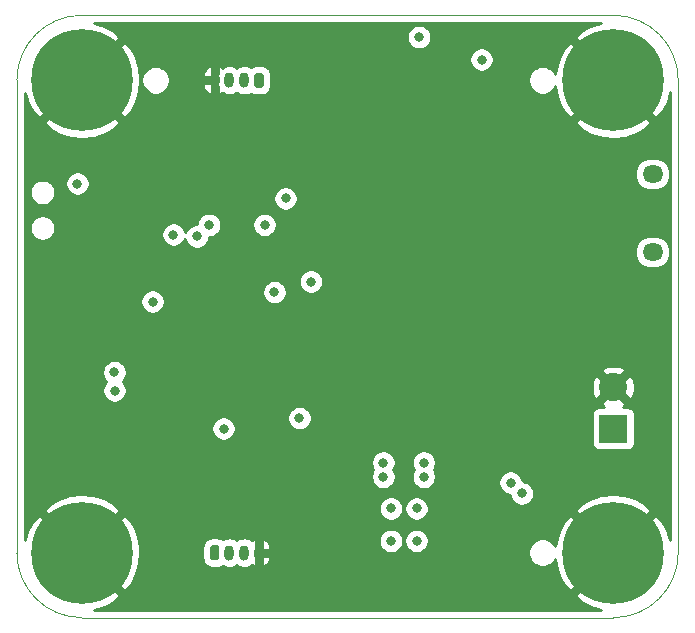
<source format=gbr>
%TF.GenerationSoftware,KiCad,Pcbnew,5.1.10-88a1d61d58~90~ubuntu21.04.1*%
%TF.CreationDate,2021-07-25T10:33:28+05:30*%
%TF.ProjectId,_autosave-STM tinker,5f617574-6f73-4617-9665-2d53544d2074,rev?*%
%TF.SameCoordinates,Original*%
%TF.FileFunction,Copper,L2,Inr*%
%TF.FilePolarity,Positive*%
%FSLAX46Y46*%
G04 Gerber Fmt 4.6, Leading zero omitted, Abs format (unit mm)*
G04 Created by KiCad (PCBNEW 5.1.10-88a1d61d58~90~ubuntu21.04.1) date 2021-07-25 10:33:28*
%MOMM*%
%LPD*%
G01*
G04 APERTURE LIST*
%TA.AperFunction,Profile*%
%ADD10C,0.050000*%
%TD*%
%TA.AperFunction,ComponentPad*%
%ADD11C,8.600000*%
%TD*%
%TA.AperFunction,ComponentPad*%
%ADD12C,0.900000*%
%TD*%
%TA.AperFunction,ComponentPad*%
%ADD13R,2.400000X2.400000*%
%TD*%
%TA.AperFunction,ComponentPad*%
%ADD14C,2.400000*%
%TD*%
%TA.AperFunction,ComponentPad*%
%ADD15O,0.800000X1.300000*%
%TD*%
%TA.AperFunction,ComponentPad*%
%ADD16O,1.750000X1.500000*%
%TD*%
%TA.AperFunction,ViaPad*%
%ADD17C,0.800000*%
%TD*%
%TA.AperFunction,Conductor*%
%ADD18C,0.254000*%
%TD*%
%TA.AperFunction,Conductor*%
%ADD19C,0.100000*%
%TD*%
G04 APERTURE END LIST*
D10*
X30750000Y-41000000D02*
G75*
G02*
X36250000Y-35500000I5500000J0D01*
G01*
X36250000Y-86500000D02*
G75*
G02*
X30750000Y-81000000I0J5500000D01*
G01*
X86750000Y-81000000D02*
G75*
G02*
X81250000Y-86500000I-5500000J0D01*
G01*
X81250000Y-35500000D02*
G75*
G02*
X86750000Y-41000000I0J-5500000D01*
G01*
X30750000Y-81000000D02*
X30750000Y-41000000D01*
X81250000Y-86500000D02*
X36250000Y-86500000D01*
X86750000Y-41000000D02*
X86750000Y-81000000D01*
X36250000Y-35500000D02*
X81250000Y-35500000D01*
D11*
%TO.N,GND*%
%TO.C,H1*%
X81250000Y-41000000D03*
D12*
X84475000Y-41000000D03*
X83530419Y-43280419D03*
X81250000Y-44225000D03*
X78969581Y-43280419D03*
X78025000Y-41000000D03*
X78969581Y-38719581D03*
X81250000Y-37775000D03*
X83530419Y-38719581D03*
%TD*%
%TO.N,GND*%
%TO.C,H2*%
X83530419Y-78719581D03*
X81250000Y-77775000D03*
X78969581Y-78719581D03*
X78025000Y-81000000D03*
X78969581Y-83280419D03*
X81250000Y-84225000D03*
X83530419Y-83280419D03*
X84475000Y-81000000D03*
D11*
X81250000Y-81000000D03*
%TD*%
%TO.N,GND*%
%TO.C,H3*%
X36250000Y-81000000D03*
D12*
X39475000Y-81000000D03*
X38530419Y-83280419D03*
X36250000Y-84225000D03*
X33969581Y-83280419D03*
X33025000Y-81000000D03*
X33969581Y-78719581D03*
X36250000Y-77775000D03*
X38530419Y-78719581D03*
%TD*%
%TO.N,GND*%
%TO.C,H4*%
X38530419Y-38719581D03*
X36250000Y-37775000D03*
X33969581Y-38719581D03*
X33025000Y-41000000D03*
X33969581Y-43280419D03*
X36250000Y-44225000D03*
X38530419Y-43280419D03*
X39475000Y-41000000D03*
D11*
X36250000Y-41000000D03*
%TD*%
D13*
%TO.N,+12V*%
%TO.C,J1*%
X81250000Y-70500000D03*
D14*
%TO.N,GND*%
X81250000Y-67000000D03*
%TD*%
D15*
%TO.N,GND*%
%TO.C,J3*%
X47500000Y-41000000D03*
%TO.N,I2C1_SDA*%
X48750000Y-41000000D03*
%TO.N,I2C1_SCL*%
X50000000Y-41000000D03*
%TO.N,+3V3*%
%TA.AperFunction,ComponentPad*%
G36*
G01*
X51650000Y-40550000D02*
X51650000Y-41450000D01*
G75*
G02*
X51450000Y-41650000I-200000J0D01*
G01*
X51050000Y-41650000D01*
G75*
G02*
X50850000Y-41450000I0J200000D01*
G01*
X50850000Y-40550000D01*
G75*
G02*
X51050000Y-40350000I200000J0D01*
G01*
X51450000Y-40350000D01*
G75*
G02*
X51650000Y-40550000I0J-200000D01*
G01*
G37*
%TD.AperFunction*%
%TD*%
%TO.N,+3V3*%
%TO.C,J4*%
%TA.AperFunction,ComponentPad*%
G36*
G01*
X47100000Y-81450000D02*
X47100000Y-80550000D01*
G75*
G02*
X47300000Y-80350000I200000J0D01*
G01*
X47700000Y-80350000D01*
G75*
G02*
X47900000Y-80550000I0J-200000D01*
G01*
X47900000Y-81450000D01*
G75*
G02*
X47700000Y-81650000I-200000J0D01*
G01*
X47300000Y-81650000D01*
G75*
G02*
X47100000Y-81450000I0J200000D01*
G01*
G37*
%TD.AperFunction*%
%TO.N,USART3_TX*%
X48750000Y-81000000D03*
%TO.N,USART3_RX*%
X50000000Y-81000000D03*
%TO.N,GND*%
X51250000Y-81000000D03*
%TD*%
D16*
%TO.N,Net-(J5-Pad6)*%
%TO.C,J5*%
X84575000Y-55550000D03*
X84575000Y-48950000D03*
%TD*%
D17*
%TO.N,GND*%
X41550000Y-55000000D03*
X35875000Y-54250000D03*
X47725000Y-55000000D03*
X39750000Y-58000000D03*
X37275000Y-64000000D03*
X41000000Y-63525000D03*
X42250000Y-63525000D03*
X41500000Y-67575000D03*
X45775000Y-70500000D03*
X56225000Y-70750000D03*
X56975000Y-69000000D03*
X56250000Y-55750000D03*
X58050000Y-56575000D03*
X70125000Y-41450000D03*
X80600000Y-50950000D03*
X79350000Y-50950000D03*
X79350000Y-49650000D03*
X80600000Y-49650000D03*
X67700000Y-66675000D03*
X67700000Y-67850000D03*
X72225000Y-68025000D03*
X74375000Y-68000000D03*
X75450000Y-62850000D03*
X75450000Y-64650000D03*
X77000000Y-72600000D03*
X77925000Y-73500000D03*
X76175000Y-70175000D03*
X75250000Y-69275000D03*
X67375000Y-76375000D03*
X67375000Y-78075000D03*
X67375000Y-79175000D03*
X67375000Y-80875000D03*
X70500000Y-74300000D03*
X70500000Y-75300000D03*
X70500000Y-72400000D03*
X41475000Y-58025000D03*
X40625000Y-59900000D03*
X36375000Y-62100000D03*
X76025000Y-50425000D03*
X63500000Y-37400000D03*
X62250000Y-37400000D03*
X59700000Y-37400000D03*
%TO.N,+3V3*%
X51725000Y-53250000D03*
X47025000Y-53250000D03*
X44000000Y-54075000D03*
X35875000Y-49750000D03*
X70100000Y-39250000D03*
X54675000Y-69600000D03*
X48250000Y-70500000D03*
X39000000Y-65725000D03*
X39025000Y-67275000D03*
X42250000Y-59750000D03*
X46000000Y-54225000D03*
X61775000Y-74575000D03*
X61775000Y-73375000D03*
X65200000Y-73375000D03*
X65200000Y-74575000D03*
X62425000Y-77250000D03*
X64600000Y-77250000D03*
X62425000Y-80000000D03*
X64600000Y-80000000D03*
X72550000Y-75075000D03*
X73500000Y-75975000D03*
X55650000Y-58050000D03*
X64800000Y-37350000D03*
%TO.N,NRST*%
X52550000Y-58950000D03*
X53500000Y-51000000D03*
%TD*%
D18*
%TO.N,GND*%
X79303124Y-36439284D02*
X78539527Y-36847433D01*
X78035693Y-37434968D01*
X81250000Y-40649275D01*
X81264143Y-40635133D01*
X81614868Y-40985858D01*
X81600725Y-41000000D01*
X84815032Y-44214307D01*
X85402567Y-43710473D01*
X85851564Y-42848265D01*
X86090000Y-42030670D01*
X86090000Y-48932731D01*
X86064960Y-48678493D01*
X85985764Y-48417419D01*
X85857157Y-48176812D01*
X85684081Y-47965919D01*
X85473188Y-47792843D01*
X85232581Y-47664236D01*
X84971507Y-47585040D01*
X84768037Y-47565000D01*
X84381963Y-47565000D01*
X84178493Y-47585040D01*
X83917419Y-47664236D01*
X83676812Y-47792843D01*
X83465919Y-47965919D01*
X83292843Y-48176812D01*
X83164236Y-48417419D01*
X83085040Y-48678493D01*
X83058299Y-48950000D01*
X83085040Y-49221507D01*
X83164236Y-49482581D01*
X83292843Y-49723188D01*
X83465919Y-49934081D01*
X83676812Y-50107157D01*
X83917419Y-50235764D01*
X84178493Y-50314960D01*
X84381963Y-50335000D01*
X84768037Y-50335000D01*
X84971507Y-50314960D01*
X85232581Y-50235764D01*
X85473188Y-50107157D01*
X85684081Y-49934081D01*
X85857157Y-49723188D01*
X85985764Y-49482581D01*
X86064960Y-49221507D01*
X86090000Y-48967269D01*
X86090000Y-55532733D01*
X86064960Y-55278493D01*
X85985764Y-55017419D01*
X85857157Y-54776812D01*
X85684081Y-54565919D01*
X85473188Y-54392843D01*
X85232581Y-54264236D01*
X84971507Y-54185040D01*
X84768037Y-54165000D01*
X84381963Y-54165000D01*
X84178493Y-54185040D01*
X83917419Y-54264236D01*
X83676812Y-54392843D01*
X83465919Y-54565919D01*
X83292843Y-54776812D01*
X83164236Y-55017419D01*
X83085040Y-55278493D01*
X83058299Y-55550000D01*
X83085040Y-55821507D01*
X83164236Y-56082581D01*
X83292843Y-56323188D01*
X83465919Y-56534081D01*
X83676812Y-56707157D01*
X83917419Y-56835764D01*
X84178493Y-56914960D01*
X84381963Y-56935000D01*
X84768037Y-56935000D01*
X84971507Y-56914960D01*
X85232581Y-56835764D01*
X85473188Y-56707157D01*
X85684081Y-56534081D01*
X85857157Y-56323188D01*
X85985764Y-56082581D01*
X86064960Y-55821507D01*
X86090000Y-55567267D01*
X86090001Y-79939350D01*
X85810716Y-79053124D01*
X85402567Y-78289527D01*
X84815032Y-77785693D01*
X81600725Y-81000000D01*
X81614868Y-81014143D01*
X81264143Y-81364868D01*
X81250000Y-81350725D01*
X78035693Y-84565032D01*
X78539527Y-85152567D01*
X79401735Y-85601564D01*
X80219330Y-85840000D01*
X37310653Y-85840000D01*
X38196876Y-85560716D01*
X38960473Y-85152567D01*
X39464307Y-84565032D01*
X36250000Y-81350725D01*
X36235858Y-81364868D01*
X35885133Y-81014143D01*
X35899275Y-81000000D01*
X36600725Y-81000000D01*
X39815032Y-84214307D01*
X40402567Y-83710473D01*
X40851564Y-82848265D01*
X41123724Y-81915031D01*
X41208591Y-80946632D01*
X41165212Y-80550000D01*
X46461928Y-80550000D01*
X46461928Y-81450000D01*
X46478031Y-81613500D01*
X46525722Y-81770716D01*
X46603169Y-81915608D01*
X46707394Y-82042606D01*
X46834392Y-82146831D01*
X46979284Y-82224278D01*
X47136500Y-82271969D01*
X47300000Y-82288072D01*
X47700000Y-82288072D01*
X47863500Y-82271969D01*
X48020716Y-82224278D01*
X48165608Y-82146831D01*
X48191894Y-82125259D01*
X48352008Y-82210841D01*
X48547106Y-82270024D01*
X48750000Y-82290007D01*
X48952895Y-82270024D01*
X49147993Y-82210841D01*
X49327797Y-82114734D01*
X49375000Y-82075995D01*
X49422204Y-82114734D01*
X49602008Y-82210841D01*
X49797106Y-82270024D01*
X50000000Y-82290007D01*
X50202895Y-82270024D01*
X50397993Y-82210841D01*
X50577797Y-82114734D01*
X50626707Y-82074595D01*
X50639885Y-82086351D01*
X50814772Y-82189308D01*
X50847860Y-82203682D01*
X51002000Y-82090423D01*
X51002000Y-81512310D01*
X51020024Y-81452894D01*
X51035000Y-81300837D01*
X51035000Y-81248000D01*
X51498000Y-81248000D01*
X51498000Y-82090423D01*
X51652140Y-82203682D01*
X51685228Y-82189308D01*
X51860115Y-82086351D01*
X52011556Y-81951253D01*
X52133731Y-81789206D01*
X52221944Y-81606438D01*
X52272806Y-81409972D01*
X52126489Y-81248000D01*
X51498000Y-81248000D01*
X51035000Y-81248000D01*
X51035000Y-80699162D01*
X51020024Y-80547105D01*
X51002000Y-80487689D01*
X51002000Y-79909577D01*
X51498000Y-79909577D01*
X51498000Y-80752000D01*
X52126489Y-80752000D01*
X52272806Y-80590028D01*
X52221944Y-80393562D01*
X52133731Y-80210794D01*
X52011556Y-80048747D01*
X51860115Y-79913649D01*
X51833637Y-79898061D01*
X61390000Y-79898061D01*
X61390000Y-80101939D01*
X61429774Y-80301898D01*
X61507795Y-80490256D01*
X61621063Y-80659774D01*
X61765226Y-80803937D01*
X61934744Y-80917205D01*
X62123102Y-80995226D01*
X62323061Y-81035000D01*
X62526939Y-81035000D01*
X62726898Y-80995226D01*
X62915256Y-80917205D01*
X63084774Y-80803937D01*
X63228937Y-80659774D01*
X63342205Y-80490256D01*
X63420226Y-80301898D01*
X63460000Y-80101939D01*
X63460000Y-79898061D01*
X63565000Y-79898061D01*
X63565000Y-80101939D01*
X63604774Y-80301898D01*
X63682795Y-80490256D01*
X63796063Y-80659774D01*
X63940226Y-80803937D01*
X64109744Y-80917205D01*
X64298102Y-80995226D01*
X64498061Y-81035000D01*
X64701939Y-81035000D01*
X64901898Y-80995226D01*
X65090256Y-80917205D01*
X65144849Y-80880727D01*
X74039000Y-80880727D01*
X74039000Y-81119273D01*
X74085538Y-81353236D01*
X74176825Y-81573624D01*
X74309354Y-81771968D01*
X74478032Y-81940646D01*
X74676376Y-82073175D01*
X74896764Y-82164462D01*
X75130727Y-82211000D01*
X75369273Y-82211000D01*
X75603236Y-82164462D01*
X75823624Y-82073175D01*
X76021968Y-81940646D01*
X76190646Y-81771968D01*
X76323175Y-81573624D01*
X76343059Y-81525619D01*
X76397099Y-82019716D01*
X76689284Y-82946876D01*
X77097433Y-83710473D01*
X77684968Y-84214307D01*
X80899275Y-81000000D01*
X77684968Y-77785693D01*
X77097433Y-78289527D01*
X76648436Y-79151735D01*
X76376276Y-80084969D01*
X76342308Y-80472568D01*
X76323175Y-80426376D01*
X76190646Y-80228032D01*
X76021968Y-80059354D01*
X75823624Y-79926825D01*
X75603236Y-79835538D01*
X75369273Y-79789000D01*
X75130727Y-79789000D01*
X74896764Y-79835538D01*
X74676376Y-79926825D01*
X74478032Y-80059354D01*
X74309354Y-80228032D01*
X74176825Y-80426376D01*
X74085538Y-80646764D01*
X74039000Y-80880727D01*
X65144849Y-80880727D01*
X65259774Y-80803937D01*
X65403937Y-80659774D01*
X65517205Y-80490256D01*
X65595226Y-80301898D01*
X65635000Y-80101939D01*
X65635000Y-79898061D01*
X65595226Y-79698102D01*
X65517205Y-79509744D01*
X65403937Y-79340226D01*
X65259774Y-79196063D01*
X65090256Y-79082795D01*
X64901898Y-79004774D01*
X64701939Y-78965000D01*
X64498061Y-78965000D01*
X64298102Y-79004774D01*
X64109744Y-79082795D01*
X63940226Y-79196063D01*
X63796063Y-79340226D01*
X63682795Y-79509744D01*
X63604774Y-79698102D01*
X63565000Y-79898061D01*
X63460000Y-79898061D01*
X63420226Y-79698102D01*
X63342205Y-79509744D01*
X63228937Y-79340226D01*
X63084774Y-79196063D01*
X62915256Y-79082795D01*
X62726898Y-79004774D01*
X62526939Y-78965000D01*
X62323061Y-78965000D01*
X62123102Y-79004774D01*
X61934744Y-79082795D01*
X61765226Y-79196063D01*
X61621063Y-79340226D01*
X61507795Y-79509744D01*
X61429774Y-79698102D01*
X61390000Y-79898061D01*
X51833637Y-79898061D01*
X51685228Y-79810692D01*
X51652140Y-79796318D01*
X51498000Y-79909577D01*
X51002000Y-79909577D01*
X50847860Y-79796318D01*
X50814772Y-79810692D01*
X50639885Y-79913649D01*
X50626707Y-79925405D01*
X50577797Y-79885266D01*
X50397992Y-79789159D01*
X50202894Y-79729976D01*
X50000000Y-79709993D01*
X49797105Y-79729976D01*
X49602007Y-79789159D01*
X49422203Y-79885266D01*
X49375000Y-79924004D01*
X49327797Y-79885266D01*
X49147992Y-79789159D01*
X48952894Y-79729976D01*
X48750000Y-79709993D01*
X48547105Y-79729976D01*
X48352007Y-79789159D01*
X48191894Y-79874741D01*
X48165608Y-79853169D01*
X48020716Y-79775722D01*
X47863500Y-79728031D01*
X47700000Y-79711928D01*
X47300000Y-79711928D01*
X47136500Y-79728031D01*
X46979284Y-79775722D01*
X46834392Y-79853169D01*
X46707394Y-79957394D01*
X46603169Y-80084392D01*
X46525722Y-80229284D01*
X46478031Y-80386500D01*
X46461928Y-80550000D01*
X41165212Y-80550000D01*
X41102901Y-79980284D01*
X40810716Y-79053124D01*
X40402567Y-78289527D01*
X39815032Y-77785693D01*
X36600725Y-81000000D01*
X35899275Y-81000000D01*
X32684968Y-77785693D01*
X32097433Y-78289527D01*
X31648436Y-79151735D01*
X31410000Y-79969330D01*
X31410000Y-77434968D01*
X33035693Y-77434968D01*
X36250000Y-80649275D01*
X39464307Y-77434968D01*
X39218274Y-77148061D01*
X61390000Y-77148061D01*
X61390000Y-77351939D01*
X61429774Y-77551898D01*
X61507795Y-77740256D01*
X61621063Y-77909774D01*
X61765226Y-78053937D01*
X61934744Y-78167205D01*
X62123102Y-78245226D01*
X62323061Y-78285000D01*
X62526939Y-78285000D01*
X62726898Y-78245226D01*
X62915256Y-78167205D01*
X63084774Y-78053937D01*
X63228937Y-77909774D01*
X63342205Y-77740256D01*
X63420226Y-77551898D01*
X63460000Y-77351939D01*
X63460000Y-77148061D01*
X63565000Y-77148061D01*
X63565000Y-77351939D01*
X63604774Y-77551898D01*
X63682795Y-77740256D01*
X63796063Y-77909774D01*
X63940226Y-78053937D01*
X64109744Y-78167205D01*
X64298102Y-78245226D01*
X64498061Y-78285000D01*
X64701939Y-78285000D01*
X64901898Y-78245226D01*
X65090256Y-78167205D01*
X65259774Y-78053937D01*
X65403937Y-77909774D01*
X65517205Y-77740256D01*
X65595226Y-77551898D01*
X65618484Y-77434968D01*
X78035693Y-77434968D01*
X81250000Y-80649275D01*
X84464307Y-77434968D01*
X83960473Y-76847433D01*
X83098265Y-76398436D01*
X82165031Y-76126276D01*
X81196632Y-76041409D01*
X80230284Y-76147099D01*
X79303124Y-76439284D01*
X78539527Y-76847433D01*
X78035693Y-77434968D01*
X65618484Y-77434968D01*
X65635000Y-77351939D01*
X65635000Y-77148061D01*
X65595226Y-76948102D01*
X65517205Y-76759744D01*
X65403937Y-76590226D01*
X65259774Y-76446063D01*
X65090256Y-76332795D01*
X64901898Y-76254774D01*
X64701939Y-76215000D01*
X64498061Y-76215000D01*
X64298102Y-76254774D01*
X64109744Y-76332795D01*
X63940226Y-76446063D01*
X63796063Y-76590226D01*
X63682795Y-76759744D01*
X63604774Y-76948102D01*
X63565000Y-77148061D01*
X63460000Y-77148061D01*
X63420226Y-76948102D01*
X63342205Y-76759744D01*
X63228937Y-76590226D01*
X63084774Y-76446063D01*
X62915256Y-76332795D01*
X62726898Y-76254774D01*
X62526939Y-76215000D01*
X62323061Y-76215000D01*
X62123102Y-76254774D01*
X61934744Y-76332795D01*
X61765226Y-76446063D01*
X61621063Y-76590226D01*
X61507795Y-76759744D01*
X61429774Y-76948102D01*
X61390000Y-77148061D01*
X39218274Y-77148061D01*
X38960473Y-76847433D01*
X38098265Y-76398436D01*
X37165031Y-76126276D01*
X36196632Y-76041409D01*
X35230284Y-76147099D01*
X34303124Y-76439284D01*
X33539527Y-76847433D01*
X33035693Y-77434968D01*
X31410000Y-77434968D01*
X31410000Y-73273061D01*
X60740000Y-73273061D01*
X60740000Y-73476939D01*
X60779774Y-73676898D01*
X60857795Y-73865256D01*
X60931123Y-73975000D01*
X60857795Y-74084744D01*
X60779774Y-74273102D01*
X60740000Y-74473061D01*
X60740000Y-74676939D01*
X60779774Y-74876898D01*
X60857795Y-75065256D01*
X60971063Y-75234774D01*
X61115226Y-75378937D01*
X61284744Y-75492205D01*
X61473102Y-75570226D01*
X61673061Y-75610000D01*
X61876939Y-75610000D01*
X62076898Y-75570226D01*
X62265256Y-75492205D01*
X62434774Y-75378937D01*
X62578937Y-75234774D01*
X62692205Y-75065256D01*
X62770226Y-74876898D01*
X62810000Y-74676939D01*
X62810000Y-74473061D01*
X62770226Y-74273102D01*
X62692205Y-74084744D01*
X62618877Y-73975000D01*
X62692205Y-73865256D01*
X62770226Y-73676898D01*
X62810000Y-73476939D01*
X62810000Y-73273061D01*
X64165000Y-73273061D01*
X64165000Y-73476939D01*
X64204774Y-73676898D01*
X64282795Y-73865256D01*
X64356123Y-73975000D01*
X64282795Y-74084744D01*
X64204774Y-74273102D01*
X64165000Y-74473061D01*
X64165000Y-74676939D01*
X64204774Y-74876898D01*
X64282795Y-75065256D01*
X64396063Y-75234774D01*
X64540226Y-75378937D01*
X64709744Y-75492205D01*
X64898102Y-75570226D01*
X65098061Y-75610000D01*
X65301939Y-75610000D01*
X65501898Y-75570226D01*
X65690256Y-75492205D01*
X65859774Y-75378937D01*
X66003937Y-75234774D01*
X66117205Y-75065256D01*
X66155393Y-74973061D01*
X71515000Y-74973061D01*
X71515000Y-75176939D01*
X71554774Y-75376898D01*
X71632795Y-75565256D01*
X71746063Y-75734774D01*
X71890226Y-75878937D01*
X72059744Y-75992205D01*
X72248102Y-76070226D01*
X72448061Y-76110000D01*
X72471576Y-76110000D01*
X72504774Y-76276898D01*
X72582795Y-76465256D01*
X72696063Y-76634774D01*
X72840226Y-76778937D01*
X73009744Y-76892205D01*
X73198102Y-76970226D01*
X73398061Y-77010000D01*
X73601939Y-77010000D01*
X73801898Y-76970226D01*
X73990256Y-76892205D01*
X74159774Y-76778937D01*
X74303937Y-76634774D01*
X74417205Y-76465256D01*
X74495226Y-76276898D01*
X74535000Y-76076939D01*
X74535000Y-75873061D01*
X74495226Y-75673102D01*
X74417205Y-75484744D01*
X74303937Y-75315226D01*
X74159774Y-75171063D01*
X73990256Y-75057795D01*
X73801898Y-74979774D01*
X73601939Y-74940000D01*
X73578424Y-74940000D01*
X73545226Y-74773102D01*
X73467205Y-74584744D01*
X73353937Y-74415226D01*
X73209774Y-74271063D01*
X73040256Y-74157795D01*
X72851898Y-74079774D01*
X72651939Y-74040000D01*
X72448061Y-74040000D01*
X72248102Y-74079774D01*
X72059744Y-74157795D01*
X71890226Y-74271063D01*
X71746063Y-74415226D01*
X71632795Y-74584744D01*
X71554774Y-74773102D01*
X71515000Y-74973061D01*
X66155393Y-74973061D01*
X66195226Y-74876898D01*
X66235000Y-74676939D01*
X66235000Y-74473061D01*
X66195226Y-74273102D01*
X66117205Y-74084744D01*
X66043877Y-73975000D01*
X66117205Y-73865256D01*
X66195226Y-73676898D01*
X66235000Y-73476939D01*
X66235000Y-73273061D01*
X66195226Y-73073102D01*
X66117205Y-72884744D01*
X66003937Y-72715226D01*
X65859774Y-72571063D01*
X65690256Y-72457795D01*
X65501898Y-72379774D01*
X65301939Y-72340000D01*
X65098061Y-72340000D01*
X64898102Y-72379774D01*
X64709744Y-72457795D01*
X64540226Y-72571063D01*
X64396063Y-72715226D01*
X64282795Y-72884744D01*
X64204774Y-73073102D01*
X64165000Y-73273061D01*
X62810000Y-73273061D01*
X62770226Y-73073102D01*
X62692205Y-72884744D01*
X62578937Y-72715226D01*
X62434774Y-72571063D01*
X62265256Y-72457795D01*
X62076898Y-72379774D01*
X61876939Y-72340000D01*
X61673061Y-72340000D01*
X61473102Y-72379774D01*
X61284744Y-72457795D01*
X61115226Y-72571063D01*
X60971063Y-72715226D01*
X60857795Y-72884744D01*
X60779774Y-73073102D01*
X60740000Y-73273061D01*
X31410000Y-73273061D01*
X31410000Y-70398061D01*
X47215000Y-70398061D01*
X47215000Y-70601939D01*
X47254774Y-70801898D01*
X47332795Y-70990256D01*
X47446063Y-71159774D01*
X47590226Y-71303937D01*
X47759744Y-71417205D01*
X47948102Y-71495226D01*
X48148061Y-71535000D01*
X48351939Y-71535000D01*
X48551898Y-71495226D01*
X48740256Y-71417205D01*
X48909774Y-71303937D01*
X49053937Y-71159774D01*
X49167205Y-70990256D01*
X49245226Y-70801898D01*
X49285000Y-70601939D01*
X49285000Y-70398061D01*
X49245226Y-70198102D01*
X49167205Y-70009744D01*
X49053937Y-69840226D01*
X48909774Y-69696063D01*
X48740256Y-69582795D01*
X48551898Y-69504774D01*
X48518150Y-69498061D01*
X53640000Y-69498061D01*
X53640000Y-69701939D01*
X53679774Y-69901898D01*
X53757795Y-70090256D01*
X53871063Y-70259774D01*
X54015226Y-70403937D01*
X54184744Y-70517205D01*
X54373102Y-70595226D01*
X54573061Y-70635000D01*
X54776939Y-70635000D01*
X54976898Y-70595226D01*
X55165256Y-70517205D01*
X55334774Y-70403937D01*
X55478937Y-70259774D01*
X55592205Y-70090256D01*
X55670226Y-69901898D01*
X55710000Y-69701939D01*
X55710000Y-69498061D01*
X55670604Y-69300000D01*
X79411928Y-69300000D01*
X79411928Y-71700000D01*
X79424188Y-71824482D01*
X79460498Y-71944180D01*
X79519463Y-72054494D01*
X79598815Y-72151185D01*
X79695506Y-72230537D01*
X79805820Y-72289502D01*
X79925518Y-72325812D01*
X80050000Y-72338072D01*
X82450000Y-72338072D01*
X82574482Y-72325812D01*
X82694180Y-72289502D01*
X82804494Y-72230537D01*
X82901185Y-72151185D01*
X82980537Y-72054494D01*
X83039502Y-71944180D01*
X83075812Y-71824482D01*
X83088072Y-71700000D01*
X83088072Y-69300000D01*
X83075812Y-69175518D01*
X83039502Y-69055820D01*
X82980537Y-68945506D01*
X82901185Y-68848815D01*
X82804494Y-68769463D01*
X82694180Y-68710498D01*
X82574482Y-68674188D01*
X82450000Y-68661928D01*
X82033434Y-68661928D01*
X82115069Y-68628356D01*
X82123321Y-68623946D01*
X82253229Y-68353954D01*
X81250000Y-67350725D01*
X80246771Y-68353954D01*
X80376679Y-68623946D01*
X80467722Y-68661928D01*
X80050000Y-68661928D01*
X79925518Y-68674188D01*
X79805820Y-68710498D01*
X79695506Y-68769463D01*
X79598815Y-68848815D01*
X79519463Y-68945506D01*
X79460498Y-69055820D01*
X79424188Y-69175518D01*
X79411928Y-69300000D01*
X55670604Y-69300000D01*
X55670226Y-69298102D01*
X55592205Y-69109744D01*
X55478937Y-68940226D01*
X55334774Y-68796063D01*
X55165256Y-68682795D01*
X54976898Y-68604774D01*
X54776939Y-68565000D01*
X54573061Y-68565000D01*
X54373102Y-68604774D01*
X54184744Y-68682795D01*
X54015226Y-68796063D01*
X53871063Y-68940226D01*
X53757795Y-69109744D01*
X53679774Y-69298102D01*
X53640000Y-69498061D01*
X48518150Y-69498061D01*
X48351939Y-69465000D01*
X48148061Y-69465000D01*
X47948102Y-69504774D01*
X47759744Y-69582795D01*
X47590226Y-69696063D01*
X47446063Y-69840226D01*
X47332795Y-70009744D01*
X47254774Y-70198102D01*
X47215000Y-70398061D01*
X31410000Y-70398061D01*
X31410000Y-65623061D01*
X37965000Y-65623061D01*
X37965000Y-65826939D01*
X38004774Y-66026898D01*
X38082795Y-66215256D01*
X38196063Y-66384774D01*
X38323789Y-66512500D01*
X38221063Y-66615226D01*
X38107795Y-66784744D01*
X38029774Y-66973102D01*
X37990000Y-67173061D01*
X37990000Y-67376939D01*
X38029774Y-67576898D01*
X38107795Y-67765256D01*
X38221063Y-67934774D01*
X38365226Y-68078937D01*
X38534744Y-68192205D01*
X38723102Y-68270226D01*
X38923061Y-68310000D01*
X39126939Y-68310000D01*
X39326898Y-68270226D01*
X39515256Y-68192205D01*
X39684774Y-68078937D01*
X39828937Y-67934774D01*
X39942205Y-67765256D01*
X40020226Y-67576898D01*
X40060000Y-67376939D01*
X40060000Y-67176075D01*
X79414547Y-67176075D01*
X79484166Y-67530771D01*
X79621644Y-67865069D01*
X79626054Y-67873321D01*
X79896046Y-68003229D01*
X80899275Y-67000000D01*
X81600725Y-67000000D01*
X82603954Y-68003229D01*
X82873946Y-67873321D01*
X83013118Y-67539725D01*
X83084536Y-67185387D01*
X83085453Y-66823925D01*
X83015834Y-66469229D01*
X82878356Y-66134931D01*
X82873946Y-66126679D01*
X82603954Y-65996771D01*
X81600725Y-67000000D01*
X80899275Y-67000000D01*
X79896046Y-65996771D01*
X79626054Y-66126679D01*
X79486882Y-66460275D01*
X79415464Y-66814613D01*
X79414547Y-67176075D01*
X40060000Y-67176075D01*
X40060000Y-67173061D01*
X40020226Y-66973102D01*
X39942205Y-66784744D01*
X39828937Y-66615226D01*
X39701211Y-66487500D01*
X39803937Y-66384774D01*
X39917205Y-66215256D01*
X39995226Y-66026898D01*
X40035000Y-65826939D01*
X40035000Y-65646046D01*
X80246771Y-65646046D01*
X81250000Y-66649275D01*
X82253229Y-65646046D01*
X82123321Y-65376054D01*
X81789725Y-65236882D01*
X81435387Y-65165464D01*
X81073925Y-65164547D01*
X80719229Y-65234166D01*
X80384931Y-65371644D01*
X80376679Y-65376054D01*
X80246771Y-65646046D01*
X40035000Y-65646046D01*
X40035000Y-65623061D01*
X39995226Y-65423102D01*
X39917205Y-65234744D01*
X39803937Y-65065226D01*
X39659774Y-64921063D01*
X39490256Y-64807795D01*
X39301898Y-64729774D01*
X39101939Y-64690000D01*
X38898061Y-64690000D01*
X38698102Y-64729774D01*
X38509744Y-64807795D01*
X38340226Y-64921063D01*
X38196063Y-65065226D01*
X38082795Y-65234744D01*
X38004774Y-65423102D01*
X37965000Y-65623061D01*
X31410000Y-65623061D01*
X31410000Y-59648061D01*
X41215000Y-59648061D01*
X41215000Y-59851939D01*
X41254774Y-60051898D01*
X41332795Y-60240256D01*
X41446063Y-60409774D01*
X41590226Y-60553937D01*
X41759744Y-60667205D01*
X41948102Y-60745226D01*
X42148061Y-60785000D01*
X42351939Y-60785000D01*
X42551898Y-60745226D01*
X42740256Y-60667205D01*
X42909774Y-60553937D01*
X43053937Y-60409774D01*
X43167205Y-60240256D01*
X43245226Y-60051898D01*
X43285000Y-59851939D01*
X43285000Y-59648061D01*
X43245226Y-59448102D01*
X43167205Y-59259744D01*
X43053937Y-59090226D01*
X42909774Y-58946063D01*
X42763104Y-58848061D01*
X51515000Y-58848061D01*
X51515000Y-59051939D01*
X51554774Y-59251898D01*
X51632795Y-59440256D01*
X51746063Y-59609774D01*
X51890226Y-59753937D01*
X52059744Y-59867205D01*
X52248102Y-59945226D01*
X52448061Y-59985000D01*
X52651939Y-59985000D01*
X52851898Y-59945226D01*
X53040256Y-59867205D01*
X53209774Y-59753937D01*
X53353937Y-59609774D01*
X53467205Y-59440256D01*
X53545226Y-59251898D01*
X53585000Y-59051939D01*
X53585000Y-58848061D01*
X53545226Y-58648102D01*
X53467205Y-58459744D01*
X53353937Y-58290226D01*
X53209774Y-58146063D01*
X53040256Y-58032795D01*
X52851898Y-57954774D01*
X52818150Y-57948061D01*
X54615000Y-57948061D01*
X54615000Y-58151939D01*
X54654774Y-58351898D01*
X54732795Y-58540256D01*
X54846063Y-58709774D01*
X54990226Y-58853937D01*
X55159744Y-58967205D01*
X55348102Y-59045226D01*
X55548061Y-59085000D01*
X55751939Y-59085000D01*
X55951898Y-59045226D01*
X56140256Y-58967205D01*
X56309774Y-58853937D01*
X56453937Y-58709774D01*
X56567205Y-58540256D01*
X56645226Y-58351898D01*
X56685000Y-58151939D01*
X56685000Y-57948061D01*
X56645226Y-57748102D01*
X56567205Y-57559744D01*
X56453937Y-57390226D01*
X56309774Y-57246063D01*
X56140256Y-57132795D01*
X55951898Y-57054774D01*
X55751939Y-57015000D01*
X55548061Y-57015000D01*
X55348102Y-57054774D01*
X55159744Y-57132795D01*
X54990226Y-57246063D01*
X54846063Y-57390226D01*
X54732795Y-57559744D01*
X54654774Y-57748102D01*
X54615000Y-57948061D01*
X52818150Y-57948061D01*
X52651939Y-57915000D01*
X52448061Y-57915000D01*
X52248102Y-57954774D01*
X52059744Y-58032795D01*
X51890226Y-58146063D01*
X51746063Y-58290226D01*
X51632795Y-58459744D01*
X51554774Y-58648102D01*
X51515000Y-58848061D01*
X42763104Y-58848061D01*
X42740256Y-58832795D01*
X42551898Y-58754774D01*
X42351939Y-58715000D01*
X42148061Y-58715000D01*
X41948102Y-58754774D01*
X41759744Y-58832795D01*
X41590226Y-58946063D01*
X41446063Y-59090226D01*
X41332795Y-59259744D01*
X41254774Y-59448102D01*
X41215000Y-59648061D01*
X31410000Y-59648061D01*
X31410000Y-53393137D01*
X31835000Y-53393137D01*
X31835000Y-53606863D01*
X31876696Y-53816483D01*
X31958485Y-54013940D01*
X32077225Y-54191647D01*
X32228353Y-54342775D01*
X32406060Y-54461515D01*
X32603517Y-54543304D01*
X32813137Y-54585000D01*
X33026863Y-54585000D01*
X33236483Y-54543304D01*
X33433940Y-54461515D01*
X33611647Y-54342775D01*
X33762775Y-54191647D01*
X33881515Y-54013940D01*
X33898447Y-53973061D01*
X42965000Y-53973061D01*
X42965000Y-54176939D01*
X43004774Y-54376898D01*
X43082795Y-54565256D01*
X43196063Y-54734774D01*
X43340226Y-54878937D01*
X43509744Y-54992205D01*
X43698102Y-55070226D01*
X43898061Y-55110000D01*
X44101939Y-55110000D01*
X44301898Y-55070226D01*
X44490256Y-54992205D01*
X44659774Y-54878937D01*
X44803937Y-54734774D01*
X44917205Y-54565256D01*
X44981519Y-54409988D01*
X45004774Y-54526898D01*
X45082795Y-54715256D01*
X45196063Y-54884774D01*
X45340226Y-55028937D01*
X45509744Y-55142205D01*
X45698102Y-55220226D01*
X45898061Y-55260000D01*
X46101939Y-55260000D01*
X46301898Y-55220226D01*
X46490256Y-55142205D01*
X46659774Y-55028937D01*
X46803937Y-54884774D01*
X46917205Y-54715256D01*
X46995226Y-54526898D01*
X47035000Y-54326939D01*
X47035000Y-54285000D01*
X47126939Y-54285000D01*
X47326898Y-54245226D01*
X47515256Y-54167205D01*
X47684774Y-54053937D01*
X47828937Y-53909774D01*
X47942205Y-53740256D01*
X48020226Y-53551898D01*
X48060000Y-53351939D01*
X48060000Y-53148061D01*
X50690000Y-53148061D01*
X50690000Y-53351939D01*
X50729774Y-53551898D01*
X50807795Y-53740256D01*
X50921063Y-53909774D01*
X51065226Y-54053937D01*
X51234744Y-54167205D01*
X51423102Y-54245226D01*
X51623061Y-54285000D01*
X51826939Y-54285000D01*
X52026898Y-54245226D01*
X52215256Y-54167205D01*
X52384774Y-54053937D01*
X52528937Y-53909774D01*
X52642205Y-53740256D01*
X52720226Y-53551898D01*
X52760000Y-53351939D01*
X52760000Y-53148061D01*
X52720226Y-52948102D01*
X52642205Y-52759744D01*
X52528937Y-52590226D01*
X52384774Y-52446063D01*
X52215256Y-52332795D01*
X52026898Y-52254774D01*
X51826939Y-52215000D01*
X51623061Y-52215000D01*
X51423102Y-52254774D01*
X51234744Y-52332795D01*
X51065226Y-52446063D01*
X50921063Y-52590226D01*
X50807795Y-52759744D01*
X50729774Y-52948102D01*
X50690000Y-53148061D01*
X48060000Y-53148061D01*
X48020226Y-52948102D01*
X47942205Y-52759744D01*
X47828937Y-52590226D01*
X47684774Y-52446063D01*
X47515256Y-52332795D01*
X47326898Y-52254774D01*
X47126939Y-52215000D01*
X46923061Y-52215000D01*
X46723102Y-52254774D01*
X46534744Y-52332795D01*
X46365226Y-52446063D01*
X46221063Y-52590226D01*
X46107795Y-52759744D01*
X46029774Y-52948102D01*
X45990000Y-53148061D01*
X45990000Y-53190000D01*
X45898061Y-53190000D01*
X45698102Y-53229774D01*
X45509744Y-53307795D01*
X45340226Y-53421063D01*
X45196063Y-53565226D01*
X45082795Y-53734744D01*
X45018481Y-53890012D01*
X44995226Y-53773102D01*
X44917205Y-53584744D01*
X44803937Y-53415226D01*
X44659774Y-53271063D01*
X44490256Y-53157795D01*
X44301898Y-53079774D01*
X44101939Y-53040000D01*
X43898061Y-53040000D01*
X43698102Y-53079774D01*
X43509744Y-53157795D01*
X43340226Y-53271063D01*
X43196063Y-53415226D01*
X43082795Y-53584744D01*
X43004774Y-53773102D01*
X42965000Y-53973061D01*
X33898447Y-53973061D01*
X33963304Y-53816483D01*
X34005000Y-53606863D01*
X34005000Y-53393137D01*
X33963304Y-53183517D01*
X33881515Y-52986060D01*
X33762775Y-52808353D01*
X33611647Y-52657225D01*
X33433940Y-52538485D01*
X33236483Y-52456696D01*
X33026863Y-52415000D01*
X32813137Y-52415000D01*
X32603517Y-52456696D01*
X32406060Y-52538485D01*
X32228353Y-52657225D01*
X32077225Y-52808353D01*
X31958485Y-52986060D01*
X31876696Y-53183517D01*
X31835000Y-53393137D01*
X31410000Y-53393137D01*
X31410000Y-50393137D01*
X31835000Y-50393137D01*
X31835000Y-50606863D01*
X31876696Y-50816483D01*
X31958485Y-51013940D01*
X32077225Y-51191647D01*
X32228353Y-51342775D01*
X32406060Y-51461515D01*
X32603517Y-51543304D01*
X32813137Y-51585000D01*
X33026863Y-51585000D01*
X33236483Y-51543304D01*
X33433940Y-51461515D01*
X33611647Y-51342775D01*
X33762775Y-51191647D01*
X33881515Y-51013940D01*
X33929513Y-50898061D01*
X52465000Y-50898061D01*
X52465000Y-51101939D01*
X52504774Y-51301898D01*
X52582795Y-51490256D01*
X52696063Y-51659774D01*
X52840226Y-51803937D01*
X53009744Y-51917205D01*
X53198102Y-51995226D01*
X53398061Y-52035000D01*
X53601939Y-52035000D01*
X53801898Y-51995226D01*
X53990256Y-51917205D01*
X54159774Y-51803937D01*
X54303937Y-51659774D01*
X54417205Y-51490256D01*
X54495226Y-51301898D01*
X54535000Y-51101939D01*
X54535000Y-50898061D01*
X54495226Y-50698102D01*
X54417205Y-50509744D01*
X54303937Y-50340226D01*
X54159774Y-50196063D01*
X53990256Y-50082795D01*
X53801898Y-50004774D01*
X53601939Y-49965000D01*
X53398061Y-49965000D01*
X53198102Y-50004774D01*
X53009744Y-50082795D01*
X52840226Y-50196063D01*
X52696063Y-50340226D01*
X52582795Y-50509744D01*
X52504774Y-50698102D01*
X52465000Y-50898061D01*
X33929513Y-50898061D01*
X33963304Y-50816483D01*
X34005000Y-50606863D01*
X34005000Y-50393137D01*
X33963304Y-50183517D01*
X33881515Y-49986060D01*
X33762775Y-49808353D01*
X33611647Y-49657225D01*
X33597933Y-49648061D01*
X34840000Y-49648061D01*
X34840000Y-49851939D01*
X34879774Y-50051898D01*
X34957795Y-50240256D01*
X35071063Y-50409774D01*
X35215226Y-50553937D01*
X35384744Y-50667205D01*
X35573102Y-50745226D01*
X35773061Y-50785000D01*
X35976939Y-50785000D01*
X36176898Y-50745226D01*
X36365256Y-50667205D01*
X36534774Y-50553937D01*
X36678937Y-50409774D01*
X36792205Y-50240256D01*
X36870226Y-50051898D01*
X36910000Y-49851939D01*
X36910000Y-49648061D01*
X36870226Y-49448102D01*
X36792205Y-49259744D01*
X36678937Y-49090226D01*
X36534774Y-48946063D01*
X36365256Y-48832795D01*
X36176898Y-48754774D01*
X35976939Y-48715000D01*
X35773061Y-48715000D01*
X35573102Y-48754774D01*
X35384744Y-48832795D01*
X35215226Y-48946063D01*
X35071063Y-49090226D01*
X34957795Y-49259744D01*
X34879774Y-49448102D01*
X34840000Y-49648061D01*
X33597933Y-49648061D01*
X33433940Y-49538485D01*
X33236483Y-49456696D01*
X33026863Y-49415000D01*
X32813137Y-49415000D01*
X32603517Y-49456696D01*
X32406060Y-49538485D01*
X32228353Y-49657225D01*
X32077225Y-49808353D01*
X31958485Y-49986060D01*
X31876696Y-50183517D01*
X31835000Y-50393137D01*
X31410000Y-50393137D01*
X31410000Y-44565032D01*
X33035693Y-44565032D01*
X33539527Y-45152567D01*
X34401735Y-45601564D01*
X35334969Y-45873724D01*
X36303368Y-45958591D01*
X37269716Y-45852901D01*
X38196876Y-45560716D01*
X38960473Y-45152567D01*
X39464307Y-44565032D01*
X78035693Y-44565032D01*
X78539527Y-45152567D01*
X79401735Y-45601564D01*
X80334969Y-45873724D01*
X81303368Y-45958591D01*
X82269716Y-45852901D01*
X83196876Y-45560716D01*
X83960473Y-45152567D01*
X84464307Y-44565032D01*
X81250000Y-41350725D01*
X78035693Y-44565032D01*
X39464307Y-44565032D01*
X36250000Y-41350725D01*
X33035693Y-44565032D01*
X31410000Y-44565032D01*
X31410000Y-42060653D01*
X31689284Y-42946876D01*
X32097433Y-43710473D01*
X32684968Y-44214307D01*
X35899275Y-41000000D01*
X36600725Y-41000000D01*
X39815032Y-44214307D01*
X40402567Y-43710473D01*
X40851564Y-42848265D01*
X41123724Y-41915031D01*
X41208591Y-40946632D01*
X41201383Y-40880727D01*
X41289000Y-40880727D01*
X41289000Y-41119273D01*
X41335538Y-41353236D01*
X41426825Y-41573624D01*
X41559354Y-41771968D01*
X41728032Y-41940646D01*
X41926376Y-42073175D01*
X42146764Y-42164462D01*
X42380727Y-42211000D01*
X42619273Y-42211000D01*
X42853236Y-42164462D01*
X43073624Y-42073175D01*
X43271968Y-41940646D01*
X43440646Y-41771968D01*
X43573175Y-41573624D01*
X43640961Y-41409972D01*
X46477194Y-41409972D01*
X46528056Y-41606438D01*
X46616269Y-41789206D01*
X46738444Y-41951253D01*
X46889885Y-42086351D01*
X47064772Y-42189308D01*
X47097860Y-42203682D01*
X47252000Y-42090423D01*
X47252000Y-41248000D01*
X46623511Y-41248000D01*
X46477194Y-41409972D01*
X43640961Y-41409972D01*
X43664462Y-41353236D01*
X43711000Y-41119273D01*
X43711000Y-40880727D01*
X43664462Y-40646764D01*
X43640962Y-40590028D01*
X46477194Y-40590028D01*
X46623511Y-40752000D01*
X47252000Y-40752000D01*
X47252000Y-40699162D01*
X47715000Y-40699162D01*
X47715000Y-41300837D01*
X47729976Y-41452894D01*
X47748000Y-41512310D01*
X47748000Y-42090423D01*
X47902140Y-42203682D01*
X47935228Y-42189308D01*
X48110115Y-42086351D01*
X48123293Y-42074595D01*
X48172203Y-42114734D01*
X48352007Y-42210841D01*
X48547105Y-42270024D01*
X48750000Y-42290007D01*
X48952894Y-42270024D01*
X49147992Y-42210841D01*
X49327797Y-42114734D01*
X49375000Y-42075996D01*
X49422203Y-42114734D01*
X49602007Y-42210841D01*
X49797105Y-42270024D01*
X50000000Y-42290007D01*
X50202894Y-42270024D01*
X50397992Y-42210841D01*
X50558106Y-42125259D01*
X50584392Y-42146831D01*
X50729284Y-42224278D01*
X50886500Y-42271969D01*
X51050000Y-42288072D01*
X51450000Y-42288072D01*
X51613500Y-42271969D01*
X51770716Y-42224278D01*
X51915608Y-42146831D01*
X52042606Y-42042606D01*
X52146831Y-41915608D01*
X52224278Y-41770716D01*
X52271969Y-41613500D01*
X52288072Y-41450000D01*
X52288072Y-40880727D01*
X74039000Y-40880727D01*
X74039000Y-41119273D01*
X74085538Y-41353236D01*
X74176825Y-41573624D01*
X74309354Y-41771968D01*
X74478032Y-41940646D01*
X74676376Y-42073175D01*
X74896764Y-42164462D01*
X75130727Y-42211000D01*
X75369273Y-42211000D01*
X75603236Y-42164462D01*
X75823624Y-42073175D01*
X76021968Y-41940646D01*
X76190646Y-41771968D01*
X76323175Y-41573624D01*
X76343059Y-41525619D01*
X76397099Y-42019716D01*
X76689284Y-42946876D01*
X77097433Y-43710473D01*
X77684968Y-44214307D01*
X80899275Y-41000000D01*
X77684968Y-37785693D01*
X77097433Y-38289527D01*
X76648436Y-39151735D01*
X76376276Y-40084969D01*
X76342308Y-40472568D01*
X76323175Y-40426376D01*
X76190646Y-40228032D01*
X76021968Y-40059354D01*
X75823624Y-39926825D01*
X75603236Y-39835538D01*
X75369273Y-39789000D01*
X75130727Y-39789000D01*
X74896764Y-39835538D01*
X74676376Y-39926825D01*
X74478032Y-40059354D01*
X74309354Y-40228032D01*
X74176825Y-40426376D01*
X74085538Y-40646764D01*
X74039000Y-40880727D01*
X52288072Y-40880727D01*
X52288072Y-40550000D01*
X52271969Y-40386500D01*
X52224278Y-40229284D01*
X52146831Y-40084392D01*
X52042606Y-39957394D01*
X51915608Y-39853169D01*
X51770716Y-39775722D01*
X51613500Y-39728031D01*
X51450000Y-39711928D01*
X51050000Y-39711928D01*
X50886500Y-39728031D01*
X50729284Y-39775722D01*
X50584392Y-39853169D01*
X50558106Y-39874741D01*
X50397993Y-39789159D01*
X50202895Y-39729976D01*
X50000000Y-39709993D01*
X49797106Y-39729976D01*
X49602008Y-39789159D01*
X49422204Y-39885266D01*
X49375000Y-39924005D01*
X49327797Y-39885266D01*
X49147993Y-39789159D01*
X48952895Y-39729976D01*
X48750000Y-39709993D01*
X48547106Y-39729976D01*
X48352008Y-39789159D01*
X48172204Y-39885266D01*
X48123294Y-39925406D01*
X48110115Y-39913649D01*
X47935228Y-39810692D01*
X47902140Y-39796318D01*
X47748000Y-39909577D01*
X47748000Y-40487689D01*
X47729976Y-40547105D01*
X47715000Y-40699162D01*
X47252000Y-40699162D01*
X47252000Y-39909577D01*
X47097860Y-39796318D01*
X47064772Y-39810692D01*
X46889885Y-39913649D01*
X46738444Y-40048747D01*
X46616269Y-40210794D01*
X46528056Y-40393562D01*
X46477194Y-40590028D01*
X43640962Y-40590028D01*
X43573175Y-40426376D01*
X43440646Y-40228032D01*
X43271968Y-40059354D01*
X43073624Y-39926825D01*
X42853236Y-39835538D01*
X42619273Y-39789000D01*
X42380727Y-39789000D01*
X42146764Y-39835538D01*
X41926376Y-39926825D01*
X41728032Y-40059354D01*
X41559354Y-40228032D01*
X41426825Y-40426376D01*
X41335538Y-40646764D01*
X41289000Y-40880727D01*
X41201383Y-40880727D01*
X41102901Y-39980284D01*
X40840635Y-39148061D01*
X69065000Y-39148061D01*
X69065000Y-39351939D01*
X69104774Y-39551898D01*
X69182795Y-39740256D01*
X69296063Y-39909774D01*
X69440226Y-40053937D01*
X69609744Y-40167205D01*
X69798102Y-40245226D01*
X69998061Y-40285000D01*
X70201939Y-40285000D01*
X70401898Y-40245226D01*
X70590256Y-40167205D01*
X70759774Y-40053937D01*
X70903937Y-39909774D01*
X71017205Y-39740256D01*
X71095226Y-39551898D01*
X71135000Y-39351939D01*
X71135000Y-39148061D01*
X71095226Y-38948102D01*
X71017205Y-38759744D01*
X70903937Y-38590226D01*
X70759774Y-38446063D01*
X70590256Y-38332795D01*
X70401898Y-38254774D01*
X70201939Y-38215000D01*
X69998061Y-38215000D01*
X69798102Y-38254774D01*
X69609744Y-38332795D01*
X69440226Y-38446063D01*
X69296063Y-38590226D01*
X69182795Y-38759744D01*
X69104774Y-38948102D01*
X69065000Y-39148061D01*
X40840635Y-39148061D01*
X40810716Y-39053124D01*
X40402567Y-38289527D01*
X39815032Y-37785693D01*
X36600725Y-41000000D01*
X35899275Y-41000000D01*
X35885133Y-40985858D01*
X36235858Y-40635133D01*
X36250000Y-40649275D01*
X39464307Y-37434968D01*
X39304028Y-37248061D01*
X63765000Y-37248061D01*
X63765000Y-37451939D01*
X63804774Y-37651898D01*
X63882795Y-37840256D01*
X63996063Y-38009774D01*
X64140226Y-38153937D01*
X64309744Y-38267205D01*
X64498102Y-38345226D01*
X64698061Y-38385000D01*
X64901939Y-38385000D01*
X65101898Y-38345226D01*
X65290256Y-38267205D01*
X65459774Y-38153937D01*
X65603937Y-38009774D01*
X65717205Y-37840256D01*
X65795226Y-37651898D01*
X65835000Y-37451939D01*
X65835000Y-37248061D01*
X65795226Y-37048102D01*
X65717205Y-36859744D01*
X65603937Y-36690226D01*
X65459774Y-36546063D01*
X65290256Y-36432795D01*
X65101898Y-36354774D01*
X64901939Y-36315000D01*
X64698061Y-36315000D01*
X64498102Y-36354774D01*
X64309744Y-36432795D01*
X64140226Y-36546063D01*
X63996063Y-36690226D01*
X63882795Y-36859744D01*
X63804774Y-37048102D01*
X63765000Y-37248061D01*
X39304028Y-37248061D01*
X38960473Y-36847433D01*
X38098265Y-36398436D01*
X37280670Y-36160000D01*
X80189347Y-36160000D01*
X79303124Y-36439284D01*
%TA.AperFunction,Conductor*%
D19*
G36*
X79303124Y-36439284D02*
G01*
X78539527Y-36847433D01*
X78035693Y-37434968D01*
X81250000Y-40649275D01*
X81264143Y-40635133D01*
X81614868Y-40985858D01*
X81600725Y-41000000D01*
X84815032Y-44214307D01*
X85402567Y-43710473D01*
X85851564Y-42848265D01*
X86090000Y-42030670D01*
X86090000Y-48932731D01*
X86064960Y-48678493D01*
X85985764Y-48417419D01*
X85857157Y-48176812D01*
X85684081Y-47965919D01*
X85473188Y-47792843D01*
X85232581Y-47664236D01*
X84971507Y-47585040D01*
X84768037Y-47565000D01*
X84381963Y-47565000D01*
X84178493Y-47585040D01*
X83917419Y-47664236D01*
X83676812Y-47792843D01*
X83465919Y-47965919D01*
X83292843Y-48176812D01*
X83164236Y-48417419D01*
X83085040Y-48678493D01*
X83058299Y-48950000D01*
X83085040Y-49221507D01*
X83164236Y-49482581D01*
X83292843Y-49723188D01*
X83465919Y-49934081D01*
X83676812Y-50107157D01*
X83917419Y-50235764D01*
X84178493Y-50314960D01*
X84381963Y-50335000D01*
X84768037Y-50335000D01*
X84971507Y-50314960D01*
X85232581Y-50235764D01*
X85473188Y-50107157D01*
X85684081Y-49934081D01*
X85857157Y-49723188D01*
X85985764Y-49482581D01*
X86064960Y-49221507D01*
X86090000Y-48967269D01*
X86090000Y-55532733D01*
X86064960Y-55278493D01*
X85985764Y-55017419D01*
X85857157Y-54776812D01*
X85684081Y-54565919D01*
X85473188Y-54392843D01*
X85232581Y-54264236D01*
X84971507Y-54185040D01*
X84768037Y-54165000D01*
X84381963Y-54165000D01*
X84178493Y-54185040D01*
X83917419Y-54264236D01*
X83676812Y-54392843D01*
X83465919Y-54565919D01*
X83292843Y-54776812D01*
X83164236Y-55017419D01*
X83085040Y-55278493D01*
X83058299Y-55550000D01*
X83085040Y-55821507D01*
X83164236Y-56082581D01*
X83292843Y-56323188D01*
X83465919Y-56534081D01*
X83676812Y-56707157D01*
X83917419Y-56835764D01*
X84178493Y-56914960D01*
X84381963Y-56935000D01*
X84768037Y-56935000D01*
X84971507Y-56914960D01*
X85232581Y-56835764D01*
X85473188Y-56707157D01*
X85684081Y-56534081D01*
X85857157Y-56323188D01*
X85985764Y-56082581D01*
X86064960Y-55821507D01*
X86090000Y-55567267D01*
X86090001Y-79939350D01*
X85810716Y-79053124D01*
X85402567Y-78289527D01*
X84815032Y-77785693D01*
X81600725Y-81000000D01*
X81614868Y-81014143D01*
X81264143Y-81364868D01*
X81250000Y-81350725D01*
X78035693Y-84565032D01*
X78539527Y-85152567D01*
X79401735Y-85601564D01*
X80219330Y-85840000D01*
X37310653Y-85840000D01*
X38196876Y-85560716D01*
X38960473Y-85152567D01*
X39464307Y-84565032D01*
X36250000Y-81350725D01*
X36235858Y-81364868D01*
X35885133Y-81014143D01*
X35899275Y-81000000D01*
X36600725Y-81000000D01*
X39815032Y-84214307D01*
X40402567Y-83710473D01*
X40851564Y-82848265D01*
X41123724Y-81915031D01*
X41208591Y-80946632D01*
X41165212Y-80550000D01*
X46461928Y-80550000D01*
X46461928Y-81450000D01*
X46478031Y-81613500D01*
X46525722Y-81770716D01*
X46603169Y-81915608D01*
X46707394Y-82042606D01*
X46834392Y-82146831D01*
X46979284Y-82224278D01*
X47136500Y-82271969D01*
X47300000Y-82288072D01*
X47700000Y-82288072D01*
X47863500Y-82271969D01*
X48020716Y-82224278D01*
X48165608Y-82146831D01*
X48191894Y-82125259D01*
X48352008Y-82210841D01*
X48547106Y-82270024D01*
X48750000Y-82290007D01*
X48952895Y-82270024D01*
X49147993Y-82210841D01*
X49327797Y-82114734D01*
X49375000Y-82075995D01*
X49422204Y-82114734D01*
X49602008Y-82210841D01*
X49797106Y-82270024D01*
X50000000Y-82290007D01*
X50202895Y-82270024D01*
X50397993Y-82210841D01*
X50577797Y-82114734D01*
X50626707Y-82074595D01*
X50639885Y-82086351D01*
X50814772Y-82189308D01*
X50847860Y-82203682D01*
X51002000Y-82090423D01*
X51002000Y-81512310D01*
X51020024Y-81452894D01*
X51035000Y-81300837D01*
X51035000Y-81248000D01*
X51498000Y-81248000D01*
X51498000Y-82090423D01*
X51652140Y-82203682D01*
X51685228Y-82189308D01*
X51860115Y-82086351D01*
X52011556Y-81951253D01*
X52133731Y-81789206D01*
X52221944Y-81606438D01*
X52272806Y-81409972D01*
X52126489Y-81248000D01*
X51498000Y-81248000D01*
X51035000Y-81248000D01*
X51035000Y-80699162D01*
X51020024Y-80547105D01*
X51002000Y-80487689D01*
X51002000Y-79909577D01*
X51498000Y-79909577D01*
X51498000Y-80752000D01*
X52126489Y-80752000D01*
X52272806Y-80590028D01*
X52221944Y-80393562D01*
X52133731Y-80210794D01*
X52011556Y-80048747D01*
X51860115Y-79913649D01*
X51833637Y-79898061D01*
X61390000Y-79898061D01*
X61390000Y-80101939D01*
X61429774Y-80301898D01*
X61507795Y-80490256D01*
X61621063Y-80659774D01*
X61765226Y-80803937D01*
X61934744Y-80917205D01*
X62123102Y-80995226D01*
X62323061Y-81035000D01*
X62526939Y-81035000D01*
X62726898Y-80995226D01*
X62915256Y-80917205D01*
X63084774Y-80803937D01*
X63228937Y-80659774D01*
X63342205Y-80490256D01*
X63420226Y-80301898D01*
X63460000Y-80101939D01*
X63460000Y-79898061D01*
X63565000Y-79898061D01*
X63565000Y-80101939D01*
X63604774Y-80301898D01*
X63682795Y-80490256D01*
X63796063Y-80659774D01*
X63940226Y-80803937D01*
X64109744Y-80917205D01*
X64298102Y-80995226D01*
X64498061Y-81035000D01*
X64701939Y-81035000D01*
X64901898Y-80995226D01*
X65090256Y-80917205D01*
X65144849Y-80880727D01*
X74039000Y-80880727D01*
X74039000Y-81119273D01*
X74085538Y-81353236D01*
X74176825Y-81573624D01*
X74309354Y-81771968D01*
X74478032Y-81940646D01*
X74676376Y-82073175D01*
X74896764Y-82164462D01*
X75130727Y-82211000D01*
X75369273Y-82211000D01*
X75603236Y-82164462D01*
X75823624Y-82073175D01*
X76021968Y-81940646D01*
X76190646Y-81771968D01*
X76323175Y-81573624D01*
X76343059Y-81525619D01*
X76397099Y-82019716D01*
X76689284Y-82946876D01*
X77097433Y-83710473D01*
X77684968Y-84214307D01*
X80899275Y-81000000D01*
X77684968Y-77785693D01*
X77097433Y-78289527D01*
X76648436Y-79151735D01*
X76376276Y-80084969D01*
X76342308Y-80472568D01*
X76323175Y-80426376D01*
X76190646Y-80228032D01*
X76021968Y-80059354D01*
X75823624Y-79926825D01*
X75603236Y-79835538D01*
X75369273Y-79789000D01*
X75130727Y-79789000D01*
X74896764Y-79835538D01*
X74676376Y-79926825D01*
X74478032Y-80059354D01*
X74309354Y-80228032D01*
X74176825Y-80426376D01*
X74085538Y-80646764D01*
X74039000Y-80880727D01*
X65144849Y-80880727D01*
X65259774Y-80803937D01*
X65403937Y-80659774D01*
X65517205Y-80490256D01*
X65595226Y-80301898D01*
X65635000Y-80101939D01*
X65635000Y-79898061D01*
X65595226Y-79698102D01*
X65517205Y-79509744D01*
X65403937Y-79340226D01*
X65259774Y-79196063D01*
X65090256Y-79082795D01*
X64901898Y-79004774D01*
X64701939Y-78965000D01*
X64498061Y-78965000D01*
X64298102Y-79004774D01*
X64109744Y-79082795D01*
X63940226Y-79196063D01*
X63796063Y-79340226D01*
X63682795Y-79509744D01*
X63604774Y-79698102D01*
X63565000Y-79898061D01*
X63460000Y-79898061D01*
X63420226Y-79698102D01*
X63342205Y-79509744D01*
X63228937Y-79340226D01*
X63084774Y-79196063D01*
X62915256Y-79082795D01*
X62726898Y-79004774D01*
X62526939Y-78965000D01*
X62323061Y-78965000D01*
X62123102Y-79004774D01*
X61934744Y-79082795D01*
X61765226Y-79196063D01*
X61621063Y-79340226D01*
X61507795Y-79509744D01*
X61429774Y-79698102D01*
X61390000Y-79898061D01*
X51833637Y-79898061D01*
X51685228Y-79810692D01*
X51652140Y-79796318D01*
X51498000Y-79909577D01*
X51002000Y-79909577D01*
X50847860Y-79796318D01*
X50814772Y-79810692D01*
X50639885Y-79913649D01*
X50626707Y-79925405D01*
X50577797Y-79885266D01*
X50397992Y-79789159D01*
X50202894Y-79729976D01*
X50000000Y-79709993D01*
X49797105Y-79729976D01*
X49602007Y-79789159D01*
X49422203Y-79885266D01*
X49375000Y-79924004D01*
X49327797Y-79885266D01*
X49147992Y-79789159D01*
X48952894Y-79729976D01*
X48750000Y-79709993D01*
X48547105Y-79729976D01*
X48352007Y-79789159D01*
X48191894Y-79874741D01*
X48165608Y-79853169D01*
X48020716Y-79775722D01*
X47863500Y-79728031D01*
X47700000Y-79711928D01*
X47300000Y-79711928D01*
X47136500Y-79728031D01*
X46979284Y-79775722D01*
X46834392Y-79853169D01*
X46707394Y-79957394D01*
X46603169Y-80084392D01*
X46525722Y-80229284D01*
X46478031Y-80386500D01*
X46461928Y-80550000D01*
X41165212Y-80550000D01*
X41102901Y-79980284D01*
X40810716Y-79053124D01*
X40402567Y-78289527D01*
X39815032Y-77785693D01*
X36600725Y-81000000D01*
X35899275Y-81000000D01*
X32684968Y-77785693D01*
X32097433Y-78289527D01*
X31648436Y-79151735D01*
X31410000Y-79969330D01*
X31410000Y-77434968D01*
X33035693Y-77434968D01*
X36250000Y-80649275D01*
X39464307Y-77434968D01*
X39218274Y-77148061D01*
X61390000Y-77148061D01*
X61390000Y-77351939D01*
X61429774Y-77551898D01*
X61507795Y-77740256D01*
X61621063Y-77909774D01*
X61765226Y-78053937D01*
X61934744Y-78167205D01*
X62123102Y-78245226D01*
X62323061Y-78285000D01*
X62526939Y-78285000D01*
X62726898Y-78245226D01*
X62915256Y-78167205D01*
X63084774Y-78053937D01*
X63228937Y-77909774D01*
X63342205Y-77740256D01*
X63420226Y-77551898D01*
X63460000Y-77351939D01*
X63460000Y-77148061D01*
X63565000Y-77148061D01*
X63565000Y-77351939D01*
X63604774Y-77551898D01*
X63682795Y-77740256D01*
X63796063Y-77909774D01*
X63940226Y-78053937D01*
X64109744Y-78167205D01*
X64298102Y-78245226D01*
X64498061Y-78285000D01*
X64701939Y-78285000D01*
X64901898Y-78245226D01*
X65090256Y-78167205D01*
X65259774Y-78053937D01*
X65403937Y-77909774D01*
X65517205Y-77740256D01*
X65595226Y-77551898D01*
X65618484Y-77434968D01*
X78035693Y-77434968D01*
X81250000Y-80649275D01*
X84464307Y-77434968D01*
X83960473Y-76847433D01*
X83098265Y-76398436D01*
X82165031Y-76126276D01*
X81196632Y-76041409D01*
X80230284Y-76147099D01*
X79303124Y-76439284D01*
X78539527Y-76847433D01*
X78035693Y-77434968D01*
X65618484Y-77434968D01*
X65635000Y-77351939D01*
X65635000Y-77148061D01*
X65595226Y-76948102D01*
X65517205Y-76759744D01*
X65403937Y-76590226D01*
X65259774Y-76446063D01*
X65090256Y-76332795D01*
X64901898Y-76254774D01*
X64701939Y-76215000D01*
X64498061Y-76215000D01*
X64298102Y-76254774D01*
X64109744Y-76332795D01*
X63940226Y-76446063D01*
X63796063Y-76590226D01*
X63682795Y-76759744D01*
X63604774Y-76948102D01*
X63565000Y-77148061D01*
X63460000Y-77148061D01*
X63420226Y-76948102D01*
X63342205Y-76759744D01*
X63228937Y-76590226D01*
X63084774Y-76446063D01*
X62915256Y-76332795D01*
X62726898Y-76254774D01*
X62526939Y-76215000D01*
X62323061Y-76215000D01*
X62123102Y-76254774D01*
X61934744Y-76332795D01*
X61765226Y-76446063D01*
X61621063Y-76590226D01*
X61507795Y-76759744D01*
X61429774Y-76948102D01*
X61390000Y-77148061D01*
X39218274Y-77148061D01*
X38960473Y-76847433D01*
X38098265Y-76398436D01*
X37165031Y-76126276D01*
X36196632Y-76041409D01*
X35230284Y-76147099D01*
X34303124Y-76439284D01*
X33539527Y-76847433D01*
X33035693Y-77434968D01*
X31410000Y-77434968D01*
X31410000Y-73273061D01*
X60740000Y-73273061D01*
X60740000Y-73476939D01*
X60779774Y-73676898D01*
X60857795Y-73865256D01*
X60931123Y-73975000D01*
X60857795Y-74084744D01*
X60779774Y-74273102D01*
X60740000Y-74473061D01*
X60740000Y-74676939D01*
X60779774Y-74876898D01*
X60857795Y-75065256D01*
X60971063Y-75234774D01*
X61115226Y-75378937D01*
X61284744Y-75492205D01*
X61473102Y-75570226D01*
X61673061Y-75610000D01*
X61876939Y-75610000D01*
X62076898Y-75570226D01*
X62265256Y-75492205D01*
X62434774Y-75378937D01*
X62578937Y-75234774D01*
X62692205Y-75065256D01*
X62770226Y-74876898D01*
X62810000Y-74676939D01*
X62810000Y-74473061D01*
X62770226Y-74273102D01*
X62692205Y-74084744D01*
X62618877Y-73975000D01*
X62692205Y-73865256D01*
X62770226Y-73676898D01*
X62810000Y-73476939D01*
X62810000Y-73273061D01*
X64165000Y-73273061D01*
X64165000Y-73476939D01*
X64204774Y-73676898D01*
X64282795Y-73865256D01*
X64356123Y-73975000D01*
X64282795Y-74084744D01*
X64204774Y-74273102D01*
X64165000Y-74473061D01*
X64165000Y-74676939D01*
X64204774Y-74876898D01*
X64282795Y-75065256D01*
X64396063Y-75234774D01*
X64540226Y-75378937D01*
X64709744Y-75492205D01*
X64898102Y-75570226D01*
X65098061Y-75610000D01*
X65301939Y-75610000D01*
X65501898Y-75570226D01*
X65690256Y-75492205D01*
X65859774Y-75378937D01*
X66003937Y-75234774D01*
X66117205Y-75065256D01*
X66155393Y-74973061D01*
X71515000Y-74973061D01*
X71515000Y-75176939D01*
X71554774Y-75376898D01*
X71632795Y-75565256D01*
X71746063Y-75734774D01*
X71890226Y-75878937D01*
X72059744Y-75992205D01*
X72248102Y-76070226D01*
X72448061Y-76110000D01*
X72471576Y-76110000D01*
X72504774Y-76276898D01*
X72582795Y-76465256D01*
X72696063Y-76634774D01*
X72840226Y-76778937D01*
X73009744Y-76892205D01*
X73198102Y-76970226D01*
X73398061Y-77010000D01*
X73601939Y-77010000D01*
X73801898Y-76970226D01*
X73990256Y-76892205D01*
X74159774Y-76778937D01*
X74303937Y-76634774D01*
X74417205Y-76465256D01*
X74495226Y-76276898D01*
X74535000Y-76076939D01*
X74535000Y-75873061D01*
X74495226Y-75673102D01*
X74417205Y-75484744D01*
X74303937Y-75315226D01*
X74159774Y-75171063D01*
X73990256Y-75057795D01*
X73801898Y-74979774D01*
X73601939Y-74940000D01*
X73578424Y-74940000D01*
X73545226Y-74773102D01*
X73467205Y-74584744D01*
X73353937Y-74415226D01*
X73209774Y-74271063D01*
X73040256Y-74157795D01*
X72851898Y-74079774D01*
X72651939Y-74040000D01*
X72448061Y-74040000D01*
X72248102Y-74079774D01*
X72059744Y-74157795D01*
X71890226Y-74271063D01*
X71746063Y-74415226D01*
X71632795Y-74584744D01*
X71554774Y-74773102D01*
X71515000Y-74973061D01*
X66155393Y-74973061D01*
X66195226Y-74876898D01*
X66235000Y-74676939D01*
X66235000Y-74473061D01*
X66195226Y-74273102D01*
X66117205Y-74084744D01*
X66043877Y-73975000D01*
X66117205Y-73865256D01*
X66195226Y-73676898D01*
X66235000Y-73476939D01*
X66235000Y-73273061D01*
X66195226Y-73073102D01*
X66117205Y-72884744D01*
X66003937Y-72715226D01*
X65859774Y-72571063D01*
X65690256Y-72457795D01*
X65501898Y-72379774D01*
X65301939Y-72340000D01*
X65098061Y-72340000D01*
X64898102Y-72379774D01*
X64709744Y-72457795D01*
X64540226Y-72571063D01*
X64396063Y-72715226D01*
X64282795Y-72884744D01*
X64204774Y-73073102D01*
X64165000Y-73273061D01*
X62810000Y-73273061D01*
X62770226Y-73073102D01*
X62692205Y-72884744D01*
X62578937Y-72715226D01*
X62434774Y-72571063D01*
X62265256Y-72457795D01*
X62076898Y-72379774D01*
X61876939Y-72340000D01*
X61673061Y-72340000D01*
X61473102Y-72379774D01*
X61284744Y-72457795D01*
X61115226Y-72571063D01*
X60971063Y-72715226D01*
X60857795Y-72884744D01*
X60779774Y-73073102D01*
X60740000Y-73273061D01*
X31410000Y-73273061D01*
X31410000Y-70398061D01*
X47215000Y-70398061D01*
X47215000Y-70601939D01*
X47254774Y-70801898D01*
X47332795Y-70990256D01*
X47446063Y-71159774D01*
X47590226Y-71303937D01*
X47759744Y-71417205D01*
X47948102Y-71495226D01*
X48148061Y-71535000D01*
X48351939Y-71535000D01*
X48551898Y-71495226D01*
X48740256Y-71417205D01*
X48909774Y-71303937D01*
X49053937Y-71159774D01*
X49167205Y-70990256D01*
X49245226Y-70801898D01*
X49285000Y-70601939D01*
X49285000Y-70398061D01*
X49245226Y-70198102D01*
X49167205Y-70009744D01*
X49053937Y-69840226D01*
X48909774Y-69696063D01*
X48740256Y-69582795D01*
X48551898Y-69504774D01*
X48518150Y-69498061D01*
X53640000Y-69498061D01*
X53640000Y-69701939D01*
X53679774Y-69901898D01*
X53757795Y-70090256D01*
X53871063Y-70259774D01*
X54015226Y-70403937D01*
X54184744Y-70517205D01*
X54373102Y-70595226D01*
X54573061Y-70635000D01*
X54776939Y-70635000D01*
X54976898Y-70595226D01*
X55165256Y-70517205D01*
X55334774Y-70403937D01*
X55478937Y-70259774D01*
X55592205Y-70090256D01*
X55670226Y-69901898D01*
X55710000Y-69701939D01*
X55710000Y-69498061D01*
X55670604Y-69300000D01*
X79411928Y-69300000D01*
X79411928Y-71700000D01*
X79424188Y-71824482D01*
X79460498Y-71944180D01*
X79519463Y-72054494D01*
X79598815Y-72151185D01*
X79695506Y-72230537D01*
X79805820Y-72289502D01*
X79925518Y-72325812D01*
X80050000Y-72338072D01*
X82450000Y-72338072D01*
X82574482Y-72325812D01*
X82694180Y-72289502D01*
X82804494Y-72230537D01*
X82901185Y-72151185D01*
X82980537Y-72054494D01*
X83039502Y-71944180D01*
X83075812Y-71824482D01*
X83088072Y-71700000D01*
X83088072Y-69300000D01*
X83075812Y-69175518D01*
X83039502Y-69055820D01*
X82980537Y-68945506D01*
X82901185Y-68848815D01*
X82804494Y-68769463D01*
X82694180Y-68710498D01*
X82574482Y-68674188D01*
X82450000Y-68661928D01*
X82033434Y-68661928D01*
X82115069Y-68628356D01*
X82123321Y-68623946D01*
X82253229Y-68353954D01*
X81250000Y-67350725D01*
X80246771Y-68353954D01*
X80376679Y-68623946D01*
X80467722Y-68661928D01*
X80050000Y-68661928D01*
X79925518Y-68674188D01*
X79805820Y-68710498D01*
X79695506Y-68769463D01*
X79598815Y-68848815D01*
X79519463Y-68945506D01*
X79460498Y-69055820D01*
X79424188Y-69175518D01*
X79411928Y-69300000D01*
X55670604Y-69300000D01*
X55670226Y-69298102D01*
X55592205Y-69109744D01*
X55478937Y-68940226D01*
X55334774Y-68796063D01*
X55165256Y-68682795D01*
X54976898Y-68604774D01*
X54776939Y-68565000D01*
X54573061Y-68565000D01*
X54373102Y-68604774D01*
X54184744Y-68682795D01*
X54015226Y-68796063D01*
X53871063Y-68940226D01*
X53757795Y-69109744D01*
X53679774Y-69298102D01*
X53640000Y-69498061D01*
X48518150Y-69498061D01*
X48351939Y-69465000D01*
X48148061Y-69465000D01*
X47948102Y-69504774D01*
X47759744Y-69582795D01*
X47590226Y-69696063D01*
X47446063Y-69840226D01*
X47332795Y-70009744D01*
X47254774Y-70198102D01*
X47215000Y-70398061D01*
X31410000Y-70398061D01*
X31410000Y-65623061D01*
X37965000Y-65623061D01*
X37965000Y-65826939D01*
X38004774Y-66026898D01*
X38082795Y-66215256D01*
X38196063Y-66384774D01*
X38323789Y-66512500D01*
X38221063Y-66615226D01*
X38107795Y-66784744D01*
X38029774Y-66973102D01*
X37990000Y-67173061D01*
X37990000Y-67376939D01*
X38029774Y-67576898D01*
X38107795Y-67765256D01*
X38221063Y-67934774D01*
X38365226Y-68078937D01*
X38534744Y-68192205D01*
X38723102Y-68270226D01*
X38923061Y-68310000D01*
X39126939Y-68310000D01*
X39326898Y-68270226D01*
X39515256Y-68192205D01*
X39684774Y-68078937D01*
X39828937Y-67934774D01*
X39942205Y-67765256D01*
X40020226Y-67576898D01*
X40060000Y-67376939D01*
X40060000Y-67176075D01*
X79414547Y-67176075D01*
X79484166Y-67530771D01*
X79621644Y-67865069D01*
X79626054Y-67873321D01*
X79896046Y-68003229D01*
X80899275Y-67000000D01*
X81600725Y-67000000D01*
X82603954Y-68003229D01*
X82873946Y-67873321D01*
X83013118Y-67539725D01*
X83084536Y-67185387D01*
X83085453Y-66823925D01*
X83015834Y-66469229D01*
X82878356Y-66134931D01*
X82873946Y-66126679D01*
X82603954Y-65996771D01*
X81600725Y-67000000D01*
X80899275Y-67000000D01*
X79896046Y-65996771D01*
X79626054Y-66126679D01*
X79486882Y-66460275D01*
X79415464Y-66814613D01*
X79414547Y-67176075D01*
X40060000Y-67176075D01*
X40060000Y-67173061D01*
X40020226Y-66973102D01*
X39942205Y-66784744D01*
X39828937Y-66615226D01*
X39701211Y-66487500D01*
X39803937Y-66384774D01*
X39917205Y-66215256D01*
X39995226Y-66026898D01*
X40035000Y-65826939D01*
X40035000Y-65646046D01*
X80246771Y-65646046D01*
X81250000Y-66649275D01*
X82253229Y-65646046D01*
X82123321Y-65376054D01*
X81789725Y-65236882D01*
X81435387Y-65165464D01*
X81073925Y-65164547D01*
X80719229Y-65234166D01*
X80384931Y-65371644D01*
X80376679Y-65376054D01*
X80246771Y-65646046D01*
X40035000Y-65646046D01*
X40035000Y-65623061D01*
X39995226Y-65423102D01*
X39917205Y-65234744D01*
X39803937Y-65065226D01*
X39659774Y-64921063D01*
X39490256Y-64807795D01*
X39301898Y-64729774D01*
X39101939Y-64690000D01*
X38898061Y-64690000D01*
X38698102Y-64729774D01*
X38509744Y-64807795D01*
X38340226Y-64921063D01*
X38196063Y-65065226D01*
X38082795Y-65234744D01*
X38004774Y-65423102D01*
X37965000Y-65623061D01*
X31410000Y-65623061D01*
X31410000Y-59648061D01*
X41215000Y-59648061D01*
X41215000Y-59851939D01*
X41254774Y-60051898D01*
X41332795Y-60240256D01*
X41446063Y-60409774D01*
X41590226Y-60553937D01*
X41759744Y-60667205D01*
X41948102Y-60745226D01*
X42148061Y-60785000D01*
X42351939Y-60785000D01*
X42551898Y-60745226D01*
X42740256Y-60667205D01*
X42909774Y-60553937D01*
X43053937Y-60409774D01*
X43167205Y-60240256D01*
X43245226Y-60051898D01*
X43285000Y-59851939D01*
X43285000Y-59648061D01*
X43245226Y-59448102D01*
X43167205Y-59259744D01*
X43053937Y-59090226D01*
X42909774Y-58946063D01*
X42763104Y-58848061D01*
X51515000Y-58848061D01*
X51515000Y-59051939D01*
X51554774Y-59251898D01*
X51632795Y-59440256D01*
X51746063Y-59609774D01*
X51890226Y-59753937D01*
X52059744Y-59867205D01*
X52248102Y-59945226D01*
X52448061Y-59985000D01*
X52651939Y-59985000D01*
X52851898Y-59945226D01*
X53040256Y-59867205D01*
X53209774Y-59753937D01*
X53353937Y-59609774D01*
X53467205Y-59440256D01*
X53545226Y-59251898D01*
X53585000Y-59051939D01*
X53585000Y-58848061D01*
X53545226Y-58648102D01*
X53467205Y-58459744D01*
X53353937Y-58290226D01*
X53209774Y-58146063D01*
X53040256Y-58032795D01*
X52851898Y-57954774D01*
X52818150Y-57948061D01*
X54615000Y-57948061D01*
X54615000Y-58151939D01*
X54654774Y-58351898D01*
X54732795Y-58540256D01*
X54846063Y-58709774D01*
X54990226Y-58853937D01*
X55159744Y-58967205D01*
X55348102Y-59045226D01*
X55548061Y-59085000D01*
X55751939Y-59085000D01*
X55951898Y-59045226D01*
X56140256Y-58967205D01*
X56309774Y-58853937D01*
X56453937Y-58709774D01*
X56567205Y-58540256D01*
X56645226Y-58351898D01*
X56685000Y-58151939D01*
X56685000Y-57948061D01*
X56645226Y-57748102D01*
X56567205Y-57559744D01*
X56453937Y-57390226D01*
X56309774Y-57246063D01*
X56140256Y-57132795D01*
X55951898Y-57054774D01*
X55751939Y-57015000D01*
X55548061Y-57015000D01*
X55348102Y-57054774D01*
X55159744Y-57132795D01*
X54990226Y-57246063D01*
X54846063Y-57390226D01*
X54732795Y-57559744D01*
X54654774Y-57748102D01*
X54615000Y-57948061D01*
X52818150Y-57948061D01*
X52651939Y-57915000D01*
X52448061Y-57915000D01*
X52248102Y-57954774D01*
X52059744Y-58032795D01*
X51890226Y-58146063D01*
X51746063Y-58290226D01*
X51632795Y-58459744D01*
X51554774Y-58648102D01*
X51515000Y-58848061D01*
X42763104Y-58848061D01*
X42740256Y-58832795D01*
X42551898Y-58754774D01*
X42351939Y-58715000D01*
X42148061Y-58715000D01*
X41948102Y-58754774D01*
X41759744Y-58832795D01*
X41590226Y-58946063D01*
X41446063Y-59090226D01*
X41332795Y-59259744D01*
X41254774Y-59448102D01*
X41215000Y-59648061D01*
X31410000Y-59648061D01*
X31410000Y-53393137D01*
X31835000Y-53393137D01*
X31835000Y-53606863D01*
X31876696Y-53816483D01*
X31958485Y-54013940D01*
X32077225Y-54191647D01*
X32228353Y-54342775D01*
X32406060Y-54461515D01*
X32603517Y-54543304D01*
X32813137Y-54585000D01*
X33026863Y-54585000D01*
X33236483Y-54543304D01*
X33433940Y-54461515D01*
X33611647Y-54342775D01*
X33762775Y-54191647D01*
X33881515Y-54013940D01*
X33898447Y-53973061D01*
X42965000Y-53973061D01*
X42965000Y-54176939D01*
X43004774Y-54376898D01*
X43082795Y-54565256D01*
X43196063Y-54734774D01*
X43340226Y-54878937D01*
X43509744Y-54992205D01*
X43698102Y-55070226D01*
X43898061Y-55110000D01*
X44101939Y-55110000D01*
X44301898Y-55070226D01*
X44490256Y-54992205D01*
X44659774Y-54878937D01*
X44803937Y-54734774D01*
X44917205Y-54565256D01*
X44981519Y-54409988D01*
X45004774Y-54526898D01*
X45082795Y-54715256D01*
X45196063Y-54884774D01*
X45340226Y-55028937D01*
X45509744Y-55142205D01*
X45698102Y-55220226D01*
X45898061Y-55260000D01*
X46101939Y-55260000D01*
X46301898Y-55220226D01*
X46490256Y-55142205D01*
X46659774Y-55028937D01*
X46803937Y-54884774D01*
X46917205Y-54715256D01*
X46995226Y-54526898D01*
X47035000Y-54326939D01*
X47035000Y-54285000D01*
X47126939Y-54285000D01*
X47326898Y-54245226D01*
X47515256Y-54167205D01*
X47684774Y-54053937D01*
X47828937Y-53909774D01*
X47942205Y-53740256D01*
X48020226Y-53551898D01*
X48060000Y-53351939D01*
X48060000Y-53148061D01*
X50690000Y-53148061D01*
X50690000Y-53351939D01*
X50729774Y-53551898D01*
X50807795Y-53740256D01*
X50921063Y-53909774D01*
X51065226Y-54053937D01*
X51234744Y-54167205D01*
X51423102Y-54245226D01*
X51623061Y-54285000D01*
X51826939Y-54285000D01*
X52026898Y-54245226D01*
X52215256Y-54167205D01*
X52384774Y-54053937D01*
X52528937Y-53909774D01*
X52642205Y-53740256D01*
X52720226Y-53551898D01*
X52760000Y-53351939D01*
X52760000Y-53148061D01*
X52720226Y-52948102D01*
X52642205Y-52759744D01*
X52528937Y-52590226D01*
X52384774Y-52446063D01*
X52215256Y-52332795D01*
X52026898Y-52254774D01*
X51826939Y-52215000D01*
X51623061Y-52215000D01*
X51423102Y-52254774D01*
X51234744Y-52332795D01*
X51065226Y-52446063D01*
X50921063Y-52590226D01*
X50807795Y-52759744D01*
X50729774Y-52948102D01*
X50690000Y-53148061D01*
X48060000Y-53148061D01*
X48020226Y-52948102D01*
X47942205Y-52759744D01*
X47828937Y-52590226D01*
X47684774Y-52446063D01*
X47515256Y-52332795D01*
X47326898Y-52254774D01*
X47126939Y-52215000D01*
X46923061Y-52215000D01*
X46723102Y-52254774D01*
X46534744Y-52332795D01*
X46365226Y-52446063D01*
X46221063Y-52590226D01*
X46107795Y-52759744D01*
X46029774Y-52948102D01*
X45990000Y-53148061D01*
X45990000Y-53190000D01*
X45898061Y-53190000D01*
X45698102Y-53229774D01*
X45509744Y-53307795D01*
X45340226Y-53421063D01*
X45196063Y-53565226D01*
X45082795Y-53734744D01*
X45018481Y-53890012D01*
X44995226Y-53773102D01*
X44917205Y-53584744D01*
X44803937Y-53415226D01*
X44659774Y-53271063D01*
X44490256Y-53157795D01*
X44301898Y-53079774D01*
X44101939Y-53040000D01*
X43898061Y-53040000D01*
X43698102Y-53079774D01*
X43509744Y-53157795D01*
X43340226Y-53271063D01*
X43196063Y-53415226D01*
X43082795Y-53584744D01*
X43004774Y-53773102D01*
X42965000Y-53973061D01*
X33898447Y-53973061D01*
X33963304Y-53816483D01*
X34005000Y-53606863D01*
X34005000Y-53393137D01*
X33963304Y-53183517D01*
X33881515Y-52986060D01*
X33762775Y-52808353D01*
X33611647Y-52657225D01*
X33433940Y-52538485D01*
X33236483Y-52456696D01*
X33026863Y-52415000D01*
X32813137Y-52415000D01*
X32603517Y-52456696D01*
X32406060Y-52538485D01*
X32228353Y-52657225D01*
X32077225Y-52808353D01*
X31958485Y-52986060D01*
X31876696Y-53183517D01*
X31835000Y-53393137D01*
X31410000Y-53393137D01*
X31410000Y-50393137D01*
X31835000Y-50393137D01*
X31835000Y-50606863D01*
X31876696Y-50816483D01*
X31958485Y-51013940D01*
X32077225Y-51191647D01*
X32228353Y-51342775D01*
X32406060Y-51461515D01*
X32603517Y-51543304D01*
X32813137Y-51585000D01*
X33026863Y-51585000D01*
X33236483Y-51543304D01*
X33433940Y-51461515D01*
X33611647Y-51342775D01*
X33762775Y-51191647D01*
X33881515Y-51013940D01*
X33929513Y-50898061D01*
X52465000Y-50898061D01*
X52465000Y-51101939D01*
X52504774Y-51301898D01*
X52582795Y-51490256D01*
X52696063Y-51659774D01*
X52840226Y-51803937D01*
X53009744Y-51917205D01*
X53198102Y-51995226D01*
X53398061Y-52035000D01*
X53601939Y-52035000D01*
X53801898Y-51995226D01*
X53990256Y-51917205D01*
X54159774Y-51803937D01*
X54303937Y-51659774D01*
X54417205Y-51490256D01*
X54495226Y-51301898D01*
X54535000Y-51101939D01*
X54535000Y-50898061D01*
X54495226Y-50698102D01*
X54417205Y-50509744D01*
X54303937Y-50340226D01*
X54159774Y-50196063D01*
X53990256Y-50082795D01*
X53801898Y-50004774D01*
X53601939Y-49965000D01*
X53398061Y-49965000D01*
X53198102Y-50004774D01*
X53009744Y-50082795D01*
X52840226Y-50196063D01*
X52696063Y-50340226D01*
X52582795Y-50509744D01*
X52504774Y-50698102D01*
X52465000Y-50898061D01*
X33929513Y-50898061D01*
X33963304Y-50816483D01*
X34005000Y-50606863D01*
X34005000Y-50393137D01*
X33963304Y-50183517D01*
X33881515Y-49986060D01*
X33762775Y-49808353D01*
X33611647Y-49657225D01*
X33597933Y-49648061D01*
X34840000Y-49648061D01*
X34840000Y-49851939D01*
X34879774Y-50051898D01*
X34957795Y-50240256D01*
X35071063Y-50409774D01*
X35215226Y-50553937D01*
X35384744Y-50667205D01*
X35573102Y-50745226D01*
X35773061Y-50785000D01*
X35976939Y-50785000D01*
X36176898Y-50745226D01*
X36365256Y-50667205D01*
X36534774Y-50553937D01*
X36678937Y-50409774D01*
X36792205Y-50240256D01*
X36870226Y-50051898D01*
X36910000Y-49851939D01*
X36910000Y-49648061D01*
X36870226Y-49448102D01*
X36792205Y-49259744D01*
X36678937Y-49090226D01*
X36534774Y-48946063D01*
X36365256Y-48832795D01*
X36176898Y-48754774D01*
X35976939Y-48715000D01*
X35773061Y-48715000D01*
X35573102Y-48754774D01*
X35384744Y-48832795D01*
X35215226Y-48946063D01*
X35071063Y-49090226D01*
X34957795Y-49259744D01*
X34879774Y-49448102D01*
X34840000Y-49648061D01*
X33597933Y-49648061D01*
X33433940Y-49538485D01*
X33236483Y-49456696D01*
X33026863Y-49415000D01*
X32813137Y-49415000D01*
X32603517Y-49456696D01*
X32406060Y-49538485D01*
X32228353Y-49657225D01*
X32077225Y-49808353D01*
X31958485Y-49986060D01*
X31876696Y-50183517D01*
X31835000Y-50393137D01*
X31410000Y-50393137D01*
X31410000Y-44565032D01*
X33035693Y-44565032D01*
X33539527Y-45152567D01*
X34401735Y-45601564D01*
X35334969Y-45873724D01*
X36303368Y-45958591D01*
X37269716Y-45852901D01*
X38196876Y-45560716D01*
X38960473Y-45152567D01*
X39464307Y-44565032D01*
X78035693Y-44565032D01*
X78539527Y-45152567D01*
X79401735Y-45601564D01*
X80334969Y-45873724D01*
X81303368Y-45958591D01*
X82269716Y-45852901D01*
X83196876Y-45560716D01*
X83960473Y-45152567D01*
X84464307Y-44565032D01*
X81250000Y-41350725D01*
X78035693Y-44565032D01*
X39464307Y-44565032D01*
X36250000Y-41350725D01*
X33035693Y-44565032D01*
X31410000Y-44565032D01*
X31410000Y-42060653D01*
X31689284Y-42946876D01*
X32097433Y-43710473D01*
X32684968Y-44214307D01*
X35899275Y-41000000D01*
X36600725Y-41000000D01*
X39815032Y-44214307D01*
X40402567Y-43710473D01*
X40851564Y-42848265D01*
X41123724Y-41915031D01*
X41208591Y-40946632D01*
X41201383Y-40880727D01*
X41289000Y-40880727D01*
X41289000Y-41119273D01*
X41335538Y-41353236D01*
X41426825Y-41573624D01*
X41559354Y-41771968D01*
X41728032Y-41940646D01*
X41926376Y-42073175D01*
X42146764Y-42164462D01*
X42380727Y-42211000D01*
X42619273Y-42211000D01*
X42853236Y-42164462D01*
X43073624Y-42073175D01*
X43271968Y-41940646D01*
X43440646Y-41771968D01*
X43573175Y-41573624D01*
X43640961Y-41409972D01*
X46477194Y-41409972D01*
X46528056Y-41606438D01*
X46616269Y-41789206D01*
X46738444Y-41951253D01*
X46889885Y-42086351D01*
X47064772Y-42189308D01*
X47097860Y-42203682D01*
X47252000Y-42090423D01*
X47252000Y-41248000D01*
X46623511Y-41248000D01*
X46477194Y-41409972D01*
X43640961Y-41409972D01*
X43664462Y-41353236D01*
X43711000Y-41119273D01*
X43711000Y-40880727D01*
X43664462Y-40646764D01*
X43640962Y-40590028D01*
X46477194Y-40590028D01*
X46623511Y-40752000D01*
X47252000Y-40752000D01*
X47252000Y-40699162D01*
X47715000Y-40699162D01*
X47715000Y-41300837D01*
X47729976Y-41452894D01*
X47748000Y-41512310D01*
X47748000Y-42090423D01*
X47902140Y-42203682D01*
X47935228Y-42189308D01*
X48110115Y-42086351D01*
X48123293Y-42074595D01*
X48172203Y-42114734D01*
X48352007Y-42210841D01*
X48547105Y-42270024D01*
X48750000Y-42290007D01*
X48952894Y-42270024D01*
X49147992Y-42210841D01*
X49327797Y-42114734D01*
X49375000Y-42075996D01*
X49422203Y-42114734D01*
X49602007Y-42210841D01*
X49797105Y-42270024D01*
X50000000Y-42290007D01*
X50202894Y-42270024D01*
X50397992Y-42210841D01*
X50558106Y-42125259D01*
X50584392Y-42146831D01*
X50729284Y-42224278D01*
X50886500Y-42271969D01*
X51050000Y-42288072D01*
X51450000Y-42288072D01*
X51613500Y-42271969D01*
X51770716Y-42224278D01*
X51915608Y-42146831D01*
X52042606Y-42042606D01*
X52146831Y-41915608D01*
X52224278Y-41770716D01*
X52271969Y-41613500D01*
X52288072Y-41450000D01*
X52288072Y-40880727D01*
X74039000Y-40880727D01*
X74039000Y-41119273D01*
X74085538Y-41353236D01*
X74176825Y-41573624D01*
X74309354Y-41771968D01*
X74478032Y-41940646D01*
X74676376Y-42073175D01*
X74896764Y-42164462D01*
X75130727Y-42211000D01*
X75369273Y-42211000D01*
X75603236Y-42164462D01*
X75823624Y-42073175D01*
X76021968Y-41940646D01*
X76190646Y-41771968D01*
X76323175Y-41573624D01*
X76343059Y-41525619D01*
X76397099Y-42019716D01*
X76689284Y-42946876D01*
X77097433Y-43710473D01*
X77684968Y-44214307D01*
X80899275Y-41000000D01*
X77684968Y-37785693D01*
X77097433Y-38289527D01*
X76648436Y-39151735D01*
X76376276Y-40084969D01*
X76342308Y-40472568D01*
X76323175Y-40426376D01*
X76190646Y-40228032D01*
X76021968Y-40059354D01*
X75823624Y-39926825D01*
X75603236Y-39835538D01*
X75369273Y-39789000D01*
X75130727Y-39789000D01*
X74896764Y-39835538D01*
X74676376Y-39926825D01*
X74478032Y-40059354D01*
X74309354Y-40228032D01*
X74176825Y-40426376D01*
X74085538Y-40646764D01*
X74039000Y-40880727D01*
X52288072Y-40880727D01*
X52288072Y-40550000D01*
X52271969Y-40386500D01*
X52224278Y-40229284D01*
X52146831Y-40084392D01*
X52042606Y-39957394D01*
X51915608Y-39853169D01*
X51770716Y-39775722D01*
X51613500Y-39728031D01*
X51450000Y-39711928D01*
X51050000Y-39711928D01*
X50886500Y-39728031D01*
X50729284Y-39775722D01*
X50584392Y-39853169D01*
X50558106Y-39874741D01*
X50397993Y-39789159D01*
X50202895Y-39729976D01*
X50000000Y-39709993D01*
X49797106Y-39729976D01*
X49602008Y-39789159D01*
X49422204Y-39885266D01*
X49375000Y-39924005D01*
X49327797Y-39885266D01*
X49147993Y-39789159D01*
X48952895Y-39729976D01*
X48750000Y-39709993D01*
X48547106Y-39729976D01*
X48352008Y-39789159D01*
X48172204Y-39885266D01*
X48123294Y-39925406D01*
X48110115Y-39913649D01*
X47935228Y-39810692D01*
X47902140Y-39796318D01*
X47748000Y-39909577D01*
X47748000Y-40487689D01*
X47729976Y-40547105D01*
X47715000Y-40699162D01*
X47252000Y-40699162D01*
X47252000Y-39909577D01*
X47097860Y-39796318D01*
X47064772Y-39810692D01*
X46889885Y-39913649D01*
X46738444Y-40048747D01*
X46616269Y-40210794D01*
X46528056Y-40393562D01*
X46477194Y-40590028D01*
X43640962Y-40590028D01*
X43573175Y-40426376D01*
X43440646Y-40228032D01*
X43271968Y-40059354D01*
X43073624Y-39926825D01*
X42853236Y-39835538D01*
X42619273Y-39789000D01*
X42380727Y-39789000D01*
X42146764Y-39835538D01*
X41926376Y-39926825D01*
X41728032Y-40059354D01*
X41559354Y-40228032D01*
X41426825Y-40426376D01*
X41335538Y-40646764D01*
X41289000Y-40880727D01*
X41201383Y-40880727D01*
X41102901Y-39980284D01*
X40840635Y-39148061D01*
X69065000Y-39148061D01*
X69065000Y-39351939D01*
X69104774Y-39551898D01*
X69182795Y-39740256D01*
X69296063Y-39909774D01*
X69440226Y-40053937D01*
X69609744Y-40167205D01*
X69798102Y-40245226D01*
X69998061Y-40285000D01*
X70201939Y-40285000D01*
X70401898Y-40245226D01*
X70590256Y-40167205D01*
X70759774Y-40053937D01*
X70903937Y-39909774D01*
X71017205Y-39740256D01*
X71095226Y-39551898D01*
X71135000Y-39351939D01*
X71135000Y-39148061D01*
X71095226Y-38948102D01*
X71017205Y-38759744D01*
X70903937Y-38590226D01*
X70759774Y-38446063D01*
X70590256Y-38332795D01*
X70401898Y-38254774D01*
X70201939Y-38215000D01*
X69998061Y-38215000D01*
X69798102Y-38254774D01*
X69609744Y-38332795D01*
X69440226Y-38446063D01*
X69296063Y-38590226D01*
X69182795Y-38759744D01*
X69104774Y-38948102D01*
X69065000Y-39148061D01*
X40840635Y-39148061D01*
X40810716Y-39053124D01*
X40402567Y-38289527D01*
X39815032Y-37785693D01*
X36600725Y-41000000D01*
X35899275Y-41000000D01*
X35885133Y-40985858D01*
X36235858Y-40635133D01*
X36250000Y-40649275D01*
X39464307Y-37434968D01*
X39304028Y-37248061D01*
X63765000Y-37248061D01*
X63765000Y-37451939D01*
X63804774Y-37651898D01*
X63882795Y-37840256D01*
X63996063Y-38009774D01*
X64140226Y-38153937D01*
X64309744Y-38267205D01*
X64498102Y-38345226D01*
X64698061Y-38385000D01*
X64901939Y-38385000D01*
X65101898Y-38345226D01*
X65290256Y-38267205D01*
X65459774Y-38153937D01*
X65603937Y-38009774D01*
X65717205Y-37840256D01*
X65795226Y-37651898D01*
X65835000Y-37451939D01*
X65835000Y-37248061D01*
X65795226Y-37048102D01*
X65717205Y-36859744D01*
X65603937Y-36690226D01*
X65459774Y-36546063D01*
X65290256Y-36432795D01*
X65101898Y-36354774D01*
X64901939Y-36315000D01*
X64698061Y-36315000D01*
X64498102Y-36354774D01*
X64309744Y-36432795D01*
X64140226Y-36546063D01*
X63996063Y-36690226D01*
X63882795Y-36859744D01*
X63804774Y-37048102D01*
X63765000Y-37248061D01*
X39304028Y-37248061D01*
X38960473Y-36847433D01*
X38098265Y-36398436D01*
X37280670Y-36160000D01*
X80189347Y-36160000D01*
X79303124Y-36439284D01*
G37*
%TD.AperFunction*%
%TD*%
M02*

</source>
